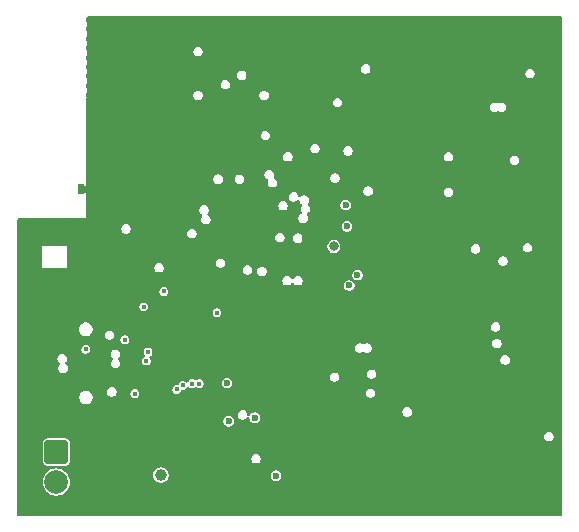
<source format=gbr>
%TF.GenerationSoftware,KiCad,Pcbnew,9.0.3*%
%TF.CreationDate,2025-12-31T13:04:55+01:00*%
%TF.ProjectId,Lars-10W-RGBW-V1,4c617273-2d31-4305-972d-524742572d56,rev?*%
%TF.SameCoordinates,Original*%
%TF.FileFunction,Copper,L2,Inr*%
%TF.FilePolarity,Positive*%
%FSLAX46Y46*%
G04 Gerber Fmt 4.6, Leading zero omitted, Abs format (unit mm)*
G04 Created by KiCad (PCBNEW 9.0.3) date 2025-12-31 13:04:55*
%MOMM*%
%LPD*%
G01*
G04 APERTURE LIST*
G04 Aperture macros list*
%AMRoundRect*
0 Rectangle with rounded corners*
0 $1 Rounding radius*
0 $2 $3 $4 $5 $6 $7 $8 $9 X,Y pos of 4 corners*
0 Add a 4 corners polygon primitive as box body*
4,1,4,$2,$3,$4,$5,$6,$7,$8,$9,$2,$3,0*
0 Add four circle primitives for the rounded corners*
1,1,$1+$1,$2,$3*
1,1,$1+$1,$4,$5*
1,1,$1+$1,$6,$7*
1,1,$1+$1,$8,$9*
0 Add four rect primitives between the rounded corners*
20,1,$1+$1,$2,$3,$4,$5,0*
20,1,$1+$1,$4,$5,$6,$7,0*
20,1,$1+$1,$6,$7,$8,$9,0*
20,1,$1+$1,$8,$9,$2,$3,0*%
G04 Aperture macros list end*
%TA.AperFunction,ComponentPad*%
%ADD10RoundRect,0.250000X-0.750000X0.750000X-0.750000X-0.750000X0.750000X-0.750000X0.750000X0.750000X0*%
%TD*%
%TA.AperFunction,ComponentPad*%
%ADD11C,2.000000*%
%TD*%
%TA.AperFunction,HeatsinkPad*%
%ADD12C,0.500000*%
%TD*%
%TA.AperFunction,ComponentPad*%
%ADD13R,0.500000X0.900000*%
%TD*%
%TA.AperFunction,HeatsinkPad*%
%ADD14O,2.100000X1.000000*%
%TD*%
%TA.AperFunction,HeatsinkPad*%
%ADD15O,1.800000X1.000000*%
%TD*%
%TA.AperFunction,ViaPad*%
%ADD16C,0.600000*%
%TD*%
%TA.AperFunction,ViaPad*%
%ADD17C,0.450000*%
%TD*%
%TA.AperFunction,ViaPad*%
%ADD18C,0.800000*%
%TD*%
%TA.AperFunction,ViaPad*%
%ADD19C,1.000000*%
%TD*%
%TA.AperFunction,Conductor*%
%ADD20C,0.600000*%
%TD*%
G04 APERTURE END LIST*
D10*
%TO.N,Net-(J601-Pin_1)*%
%TO.C,J601*%
X108900000Y-75900000D03*
D11*
%TO.N,Net-(J601-Pin_2)*%
X108900000Y-78440000D03*
%TD*%
D12*
%TO.N,GND*%
%TO.C,U101*%
X123680000Y-55420000D03*
X123680000Y-56420000D03*
X123680000Y-57420000D03*
X124680000Y-55420000D03*
X124680000Y-56420000D03*
X124680000Y-57420000D03*
X125680000Y-55420000D03*
X125680000Y-56420000D03*
X125680000Y-57420000D03*
%TD*%
%TO.N,GND*%
%TO.C,U302*%
X133100000Y-68400000D03*
X133100000Y-67300000D03*
%TD*%
%TO.N,GND*%
%TO.C,U402*%
X144500000Y-66450000D03*
X144500000Y-65350000D03*
%TD*%
D13*
%TO.N,GND*%
%TO.C,AE101*%
X111000000Y-53600000D03*
%TD*%
D12*
%TO.N,GND*%
%TO.C,U202*%
X130605000Y-47605000D03*
X130605000Y-46505000D03*
%TD*%
%TO.N,GND*%
%TO.C,U1*%
X118625000Y-67225000D03*
X118625000Y-68375000D03*
X119775000Y-67225000D03*
X119775000Y-68375000D03*
%TD*%
%TO.N,GND*%
%TO.C,U502*%
X144500000Y-48000000D03*
X144500000Y-46900000D03*
%TD*%
D14*
%TO.N,GND*%
%TO.C,J1*%
X111905000Y-64080000D03*
D15*
X107725000Y-64080000D03*
D14*
X111905000Y-72720000D03*
D15*
X107725000Y-72720000D03*
%TD*%
D16*
%TO.N,GND*%
X117800000Y-59450000D03*
D17*
X111900000Y-56400000D03*
D16*
X121200000Y-75000000D03*
X115500000Y-61400000D03*
X146200000Y-71100000D03*
X126700000Y-64000000D03*
D17*
X113167951Y-56321547D03*
D16*
X120900000Y-53000000D03*
X137600000Y-56300000D03*
D17*
X106800000Y-56300000D03*
D16*
X141200000Y-54300000D03*
X120300000Y-76700000D03*
X140500000Y-53500000D03*
D17*
X113500000Y-71800000D03*
X115500000Y-72600000D03*
D16*
X147500000Y-69600000D03*
X138400000Y-54800000D03*
X138000000Y-62000000D03*
D17*
X112100000Y-55700000D03*
X107200000Y-60100000D03*
D16*
X151100000Y-80000000D03*
D17*
X113500000Y-52800000D03*
D16*
X139200000Y-56100000D03*
X136900000Y-55800000D03*
X135000000Y-40100000D03*
X117800000Y-81000000D03*
X149300000Y-42500000D03*
X118700000Y-46700000D03*
D17*
X122900000Y-71600000D03*
D16*
X113300000Y-46400000D03*
X138400000Y-55700000D03*
D17*
X111600000Y-43300000D03*
D16*
X141100000Y-55100000D03*
X117700000Y-56400000D03*
D17*
X114700000Y-52400000D03*
X113400000Y-72700000D03*
D16*
X118000000Y-76500000D03*
X149900000Y-67500000D03*
X145400000Y-71700000D03*
X132800000Y-80600000D03*
X139400000Y-66000000D03*
X150700000Y-70000000D03*
D17*
X115797103Y-65243662D03*
X115470201Y-71721779D03*
D16*
X121200000Y-76000000D03*
D17*
X111600000Y-49700000D03*
D16*
X122300000Y-62000000D03*
D17*
X111600000Y-48900000D03*
D16*
X140700000Y-69200000D03*
D17*
X116000000Y-53900000D03*
X111600000Y-44900000D03*
D16*
X120800000Y-66100000D03*
X133900000Y-40300000D03*
D17*
X117800000Y-50900000D03*
X115100000Y-53400000D03*
X107500000Y-61500000D03*
X111600000Y-41700000D03*
D16*
X138900000Y-69500000D03*
X137000000Y-57200000D03*
X136500000Y-56400000D03*
X134200000Y-79600000D03*
X123300000Y-77700000D03*
X138200000Y-48000000D03*
X134600000Y-77100000D03*
X151100000Y-57000000D03*
X141600000Y-68900000D03*
X140700000Y-68200000D03*
D17*
X111600000Y-50500000D03*
D16*
X124400000Y-47900000D03*
D17*
X111600000Y-45700000D03*
D16*
X138000000Y-63000000D03*
D17*
X113100000Y-56800000D03*
D16*
X129300000Y-79600000D03*
X138900000Y-47200000D03*
X149800000Y-81000000D03*
D17*
X113400000Y-54600000D03*
X110300000Y-60500000D03*
D16*
X144300000Y-42900000D03*
D17*
X110300000Y-61000000D03*
X122200000Y-65000000D03*
X110200000Y-61600000D03*
D16*
X133100000Y-48300000D03*
X143800000Y-70600000D03*
X144300000Y-77000000D03*
D17*
X117100000Y-62900000D03*
X112600000Y-74000000D03*
D16*
X120600000Y-53700000D03*
D17*
X110500000Y-58200000D03*
X112900000Y-59000000D03*
X127300000Y-70500000D03*
D16*
X118000000Y-52000000D03*
X139300000Y-50600000D03*
X135200000Y-75800000D03*
D17*
X116300000Y-55300000D03*
D16*
X112500000Y-41300000D03*
D17*
X110000000Y-57100000D03*
X111600000Y-47300000D03*
D16*
X140900000Y-49500000D03*
X136405000Y-48705000D03*
D17*
X117097702Y-70097702D03*
D16*
X130800000Y-48900000D03*
D17*
X110000000Y-56300000D03*
D16*
X137600000Y-55200000D03*
X139200000Y-57100000D03*
D17*
X108400000Y-57000000D03*
D16*
X130700000Y-45200000D03*
X151400000Y-69400000D03*
D17*
X111600000Y-48100000D03*
D16*
X132500000Y-55000000D03*
D17*
X111600000Y-42500000D03*
D16*
X119100000Y-76600000D03*
D17*
X113000000Y-58500000D03*
X110900000Y-56300000D03*
D16*
X137400000Y-43900000D03*
X148300000Y-40200000D03*
D17*
X108200000Y-61700000D03*
D16*
X149500000Y-60700000D03*
D17*
X115800000Y-55300000D03*
D16*
X139700000Y-49400000D03*
D17*
X113874999Y-62928749D03*
D16*
X142300000Y-80500000D03*
X121500000Y-53700000D03*
X144600000Y-71100000D03*
X139900000Y-50600000D03*
X121600000Y-61800000D03*
D17*
X116800000Y-55300000D03*
X107200000Y-58700000D03*
D16*
X141800000Y-55700000D03*
X135700000Y-54800000D03*
D17*
X130600000Y-71400000D03*
X112200000Y-50900000D03*
X109200000Y-56300000D03*
X129700000Y-70300000D03*
D16*
X112100000Y-45200000D03*
X136500000Y-53800000D03*
D17*
X109700000Y-61800000D03*
D16*
X135400000Y-79200000D03*
D17*
X107300000Y-57600000D03*
D16*
X145500000Y-76500000D03*
D17*
X111600000Y-46500000D03*
D16*
X140000000Y-46200000D03*
D17*
X107800000Y-57000000D03*
X113900000Y-55700000D03*
D16*
X140400000Y-54300000D03*
D17*
X111600000Y-40900000D03*
D16*
X116800000Y-57400000D03*
X135700000Y-77200000D03*
X139300000Y-54000000D03*
X119500000Y-55500000D03*
X127000000Y-80300000D03*
X141800000Y-63900000D03*
X118200000Y-48600000D03*
X138400000Y-56700000D03*
X131600000Y-55000000D03*
X135600000Y-49000000D03*
D17*
X111200000Y-60100000D03*
D16*
X138400000Y-50600000D03*
D17*
X113100000Y-57900000D03*
X110800000Y-60400000D03*
X111600000Y-39300000D03*
D16*
X144100000Y-50200000D03*
D17*
X112500000Y-55200000D03*
X111600000Y-44100000D03*
D16*
X150800000Y-64100000D03*
D17*
X113100000Y-57300000D03*
D16*
X117500000Y-73100000D03*
X150600000Y-62400000D03*
X139000000Y-80400000D03*
X119300000Y-56400000D03*
D17*
X113500000Y-56000000D03*
X108400000Y-56300000D03*
D16*
X140000000Y-48200000D03*
X118900000Y-53700000D03*
X121400000Y-77100000D03*
X137600000Y-54100000D03*
D17*
X115439705Y-73888114D03*
D16*
X139200000Y-55200000D03*
X144000000Y-49100000D03*
X137800000Y-57700000D03*
X113000000Y-80700000D03*
D17*
X115300000Y-55500000D03*
X109300000Y-57000000D03*
D16*
X112600000Y-39800000D03*
D17*
X127100000Y-69000000D03*
D16*
X143800000Y-71700000D03*
X147000000Y-40300000D03*
X144400000Y-80200000D03*
D17*
X113800000Y-53800000D03*
X107200000Y-59500000D03*
X111600000Y-55100000D03*
X107200000Y-58100000D03*
X114900000Y-55800000D03*
X111900000Y-57800000D03*
D16*
X112800000Y-43400000D03*
X150700000Y-44800000D03*
X124300000Y-77700000D03*
X131400000Y-56800000D03*
X150200000Y-59100000D03*
X126100000Y-61900000D03*
X123700000Y-78400000D03*
D17*
X111600000Y-56000000D03*
X131200000Y-75600000D03*
D16*
X144700000Y-44100000D03*
X122300000Y-77700000D03*
X123983591Y-45516409D03*
X140900000Y-50600000D03*
D17*
X117000000Y-64100000D03*
D16*
X145100000Y-67900000D03*
D17*
X115300000Y-73200000D03*
D16*
X131200000Y-76400000D03*
X123900000Y-61100000D03*
D17*
X111600000Y-53100000D03*
D16*
X140200000Y-55800000D03*
X139980331Y-65380331D03*
X135500000Y-41100000D03*
D17*
X112600000Y-52300000D03*
D16*
X135500000Y-42100000D03*
D17*
X114400000Y-55900000D03*
D16*
X150300000Y-49100000D03*
X129900000Y-49600000D03*
X151300000Y-63200000D03*
X136300000Y-57800000D03*
D17*
X118100000Y-51300000D03*
D16*
X142600000Y-54900000D03*
D17*
X128175840Y-58692654D03*
X130700000Y-75800000D03*
D16*
X118085873Y-72456878D03*
D17*
X123100000Y-66400000D03*
D16*
X124200000Y-49900000D03*
D17*
X111600000Y-40100000D03*
D16*
X143400000Y-80400000D03*
D17*
X130200000Y-74400000D03*
X115497439Y-74927327D03*
X107200000Y-61000000D03*
D16*
X132800000Y-40200000D03*
X140900000Y-56600000D03*
X118000000Y-47500000D03*
X138800000Y-49500000D03*
D17*
X116900000Y-53900000D03*
D16*
X113400000Y-42200000D03*
X150800000Y-45700000D03*
X132400000Y-56800000D03*
D17*
X111600000Y-52100000D03*
X106000000Y-56300000D03*
X126400000Y-68200000D03*
D16*
X139800000Y-47300000D03*
X142900000Y-65900000D03*
D17*
X113300000Y-51200000D03*
X123400000Y-71500000D03*
D16*
X122000000Y-69900000D03*
X126900000Y-79000000D03*
X118600000Y-56400000D03*
X144700000Y-69700000D03*
D17*
X120500000Y-56400000D03*
D16*
X140200000Y-57200000D03*
D17*
X114100000Y-51700000D03*
D16*
X125669669Y-65330331D03*
X137100000Y-76700000D03*
X145400000Y-70600000D03*
D17*
X111500000Y-58600000D03*
D16*
X119800000Y-53700000D03*
X130700000Y-43400000D03*
X136700000Y-54800000D03*
D17*
X121600000Y-65800000D03*
D16*
X118600000Y-55500000D03*
D17*
X116300000Y-62900000D03*
X126600000Y-69900000D03*
D16*
X149500000Y-41700000D03*
X132100000Y-75600000D03*
D17*
X111700000Y-59900000D03*
D16*
X117200000Y-79100000D03*
X140400000Y-69900000D03*
X123800000Y-63934300D03*
X143800000Y-76000000D03*
X138900000Y-46200000D03*
X117000000Y-80300000D03*
D17*
X111900000Y-57100000D03*
X107600000Y-56300000D03*
D16*
X124500000Y-78500000D03*
X130600000Y-58100000D03*
D17*
X120300000Y-71800000D03*
X109000000Y-61800000D03*
X112600000Y-59400000D03*
X117100000Y-69400000D03*
X110400000Y-57500000D03*
D16*
X129700000Y-63200000D03*
D17*
X112200000Y-59700000D03*
D16*
X127500000Y-64200000D03*
D17*
X111600000Y-54100000D03*
X121400000Y-64200000D03*
%TO.N,+5V*%
X118000000Y-62301000D03*
D16*
%TO.N,/LedDriverGreen/LED+*%
X133700000Y-61800000D03*
D18*
X132400000Y-58500000D03*
D16*
%TO.N,/LedDriverBlue/LED+*%
X134400000Y-60900000D03*
X133500000Y-56800000D03*
%TO.N,/LedDriverWhite/LED+*%
X133400000Y-55000000D03*
D17*
%TO.N,/Vbus*%
X122500000Y-64100000D03*
X116300000Y-63600000D03*
D19*
X117750000Y-77850000D03*
D16*
X125700000Y-73000000D03*
X123350000Y-70050000D03*
D17*
%TO.N,Net-(D1-A)*%
X114700000Y-66400000D03*
%TO.N,Net-(J1-CC1)*%
X111400000Y-67200000D03*
X120400000Y-70100000D03*
%TO.N,Net-(J1-CC2)*%
X115550000Y-70950000D03*
X121000000Y-70100000D03*
D16*
%TO.N,Net-(U602-FB)*%
X127500000Y-77900000D03*
X123500000Y-73294098D03*
D17*
%TO.N,Net-(U1-DN)*%
X119600000Y-70264252D03*
X116664124Y-67435876D03*
%TO.N,Net-(U1-DP)*%
X116500000Y-68200000D03*
X119100000Y-70600000D03*
%TD*%
D20*
%TO.N,GND*%
X111000000Y-53600000D02*
X112600000Y-53600000D01*
X112600000Y-53600000D02*
X112700000Y-53700000D01*
%TD*%
%TA.AperFunction,Conductor*%
%TO.N,GND*%
G36*
X151642539Y-39020185D02*
G01*
X151688294Y-39072989D01*
X151699500Y-39124500D01*
X151699500Y-81175500D01*
X151679815Y-81242539D01*
X151627011Y-81288294D01*
X151575500Y-81299500D01*
X105724500Y-81299500D01*
X105657461Y-81279815D01*
X105611706Y-81227011D01*
X105600500Y-81175500D01*
X105600500Y-75118475D01*
X107749500Y-75118475D01*
X107749500Y-76681517D01*
X107760292Y-76749657D01*
X107764354Y-76775304D01*
X107821950Y-76888342D01*
X107821952Y-76888344D01*
X107821954Y-76888347D01*
X107911652Y-76978045D01*
X107911654Y-76978046D01*
X107911658Y-76978050D01*
X108024694Y-77035645D01*
X108024698Y-77035647D01*
X108118475Y-77050499D01*
X108118481Y-77050500D01*
X108742873Y-77050499D01*
X108809910Y-77070183D01*
X108855665Y-77122987D01*
X108865609Y-77192146D01*
X108836584Y-77255702D01*
X108777806Y-77293476D01*
X108762270Y-77296972D01*
X108630589Y-77317829D01*
X108458363Y-77373787D01*
X108458360Y-77373788D01*
X108297002Y-77456006D01*
X108150505Y-77562441D01*
X108150500Y-77562445D01*
X108022445Y-77690500D01*
X108022441Y-77690505D01*
X107916006Y-77837002D01*
X107833788Y-77998360D01*
X107833787Y-77998363D01*
X107777829Y-78170589D01*
X107749500Y-78349448D01*
X107749500Y-78530551D01*
X107777829Y-78709410D01*
X107833787Y-78881636D01*
X107833788Y-78881639D01*
X107916006Y-79042997D01*
X108022441Y-79189494D01*
X108022445Y-79189499D01*
X108150500Y-79317554D01*
X108150505Y-79317558D01*
X108278287Y-79410396D01*
X108297006Y-79423996D01*
X108402484Y-79477740D01*
X108458360Y-79506211D01*
X108458363Y-79506212D01*
X108544476Y-79534191D01*
X108630591Y-79562171D01*
X108713429Y-79575291D01*
X108809449Y-79590500D01*
X108809454Y-79590500D01*
X108990551Y-79590500D01*
X109077259Y-79576765D01*
X109169409Y-79562171D01*
X109341639Y-79506211D01*
X109502994Y-79423996D01*
X109649501Y-79317553D01*
X109777553Y-79189501D01*
X109883996Y-79042994D01*
X109966211Y-78881639D01*
X110022171Y-78709409D01*
X110036765Y-78617259D01*
X110050500Y-78530551D01*
X110050500Y-78349448D01*
X110034019Y-78245397D01*
X110022171Y-78170591D01*
X109994191Y-78084476D01*
X109966212Y-77998363D01*
X109966211Y-77998360D01*
X109923263Y-77914071D01*
X117099499Y-77914071D01*
X117124497Y-78039738D01*
X117124499Y-78039744D01*
X117173533Y-78158124D01*
X117173538Y-78158133D01*
X117244723Y-78264668D01*
X117244726Y-78264672D01*
X117335327Y-78355273D01*
X117335331Y-78355276D01*
X117441866Y-78426461D01*
X117441872Y-78426464D01*
X117441873Y-78426465D01*
X117560256Y-78475501D01*
X117560260Y-78475501D01*
X117560261Y-78475502D01*
X117685928Y-78500500D01*
X117685931Y-78500500D01*
X117814071Y-78500500D01*
X117898615Y-78483682D01*
X117939744Y-78475501D01*
X118058127Y-78426465D01*
X118164669Y-78355276D01*
X118255276Y-78264669D01*
X118326465Y-78158127D01*
X118375501Y-78039744D01*
X118400500Y-77914069D01*
X118400500Y-77840691D01*
X127049500Y-77840691D01*
X127049500Y-77959309D01*
X127080201Y-78073886D01*
X127139511Y-78176613D01*
X127223387Y-78260489D01*
X127326114Y-78319799D01*
X127440691Y-78350500D01*
X127440694Y-78350500D01*
X127559306Y-78350500D01*
X127559309Y-78350500D01*
X127673886Y-78319799D01*
X127776613Y-78260489D01*
X127860489Y-78176613D01*
X127919799Y-78073886D01*
X127950500Y-77959309D01*
X127950500Y-77840691D01*
X127919799Y-77726114D01*
X127860489Y-77623387D01*
X127776613Y-77539511D01*
X127673886Y-77480201D01*
X127559309Y-77449500D01*
X127440691Y-77449500D01*
X127326114Y-77480201D01*
X127326112Y-77480201D01*
X127326112Y-77480202D01*
X127223387Y-77539511D01*
X127223384Y-77539513D01*
X127139513Y-77623384D01*
X127139511Y-77623387D01*
X127100764Y-77690499D01*
X127080201Y-77726114D01*
X127049500Y-77840691D01*
X118400500Y-77840691D01*
X118400500Y-77785931D01*
X118400500Y-77785928D01*
X118375502Y-77660261D01*
X118375501Y-77660260D01*
X118375501Y-77660256D01*
X118326465Y-77541873D01*
X118326464Y-77541872D01*
X118326461Y-77541866D01*
X118255276Y-77435331D01*
X118255273Y-77435327D01*
X118164672Y-77344726D01*
X118164668Y-77344723D01*
X118058133Y-77273538D01*
X118058124Y-77273533D01*
X117939744Y-77224499D01*
X117939738Y-77224497D01*
X117814071Y-77199500D01*
X117814069Y-77199500D01*
X117685931Y-77199500D01*
X117685929Y-77199500D01*
X117560261Y-77224497D01*
X117560255Y-77224499D01*
X117441875Y-77273533D01*
X117441866Y-77273538D01*
X117335331Y-77344723D01*
X117335327Y-77344726D01*
X117244726Y-77435327D01*
X117244723Y-77435331D01*
X117173538Y-77541866D01*
X117173533Y-77541875D01*
X117124499Y-77660255D01*
X117124497Y-77660261D01*
X117099500Y-77785928D01*
X117099500Y-77785931D01*
X117099500Y-77914069D01*
X117099500Y-77914071D01*
X117099499Y-77914071D01*
X109923263Y-77914071D01*
X109883995Y-77837004D01*
X109777558Y-77690505D01*
X109777554Y-77690500D01*
X109649499Y-77562445D01*
X109649494Y-77562441D01*
X109502997Y-77456006D01*
X109502996Y-77456005D01*
X109502994Y-77456004D01*
X109451300Y-77429664D01*
X109341639Y-77373788D01*
X109341636Y-77373787D01*
X109169410Y-77317829D01*
X109037728Y-77296972D01*
X108974594Y-77267042D01*
X108937663Y-77207731D01*
X108938661Y-77137868D01*
X108977271Y-77079636D01*
X109041235Y-77051522D01*
X109057120Y-77050499D01*
X109681518Y-77050499D01*
X109775304Y-77035646D01*
X109888342Y-76978050D01*
X109978050Y-76888342D01*
X110035646Y-76775304D01*
X110035646Y-76775302D01*
X110035647Y-76775301D01*
X110050500Y-76681524D01*
X110050500Y-76419398D01*
X125399500Y-76419398D01*
X125399500Y-76524852D01*
X125426793Y-76626712D01*
X125479520Y-76718038D01*
X125554087Y-76792605D01*
X125645413Y-76845332D01*
X125747273Y-76872625D01*
X125747275Y-76872625D01*
X125852725Y-76872625D01*
X125852727Y-76872625D01*
X125954587Y-76845332D01*
X126045913Y-76792605D01*
X126120480Y-76718038D01*
X126173207Y-76626712D01*
X126200500Y-76524852D01*
X126200500Y-76419398D01*
X126173207Y-76317538D01*
X126120480Y-76226212D01*
X126045913Y-76151645D01*
X125954587Y-76098918D01*
X125852727Y-76071625D01*
X125747273Y-76071625D01*
X125645413Y-76098918D01*
X125645410Y-76098919D01*
X125554085Y-76151646D01*
X125479521Y-76226210D01*
X125426794Y-76317535D01*
X125426793Y-76317538D01*
X125399500Y-76419398D01*
X110050500Y-76419398D01*
X110050500Y-76411271D01*
X110050499Y-75118482D01*
X110050498Y-75118475D01*
X110035646Y-75024696D01*
X109978050Y-74911658D01*
X109978046Y-74911654D01*
X109978045Y-74911652D01*
X109888347Y-74821954D01*
X109888344Y-74821952D01*
X109888342Y-74821950D01*
X109811517Y-74782805D01*
X109775301Y-74764352D01*
X109681524Y-74749500D01*
X108118482Y-74749500D01*
X108037519Y-74762323D01*
X108024696Y-74764354D01*
X107911658Y-74821950D01*
X107911657Y-74821951D01*
X107911652Y-74821954D01*
X107821954Y-74911652D01*
X107821951Y-74911657D01*
X107764352Y-75024698D01*
X107749500Y-75118475D01*
X105600500Y-75118475D01*
X105600500Y-74547273D01*
X150199500Y-74547273D01*
X150199500Y-74652727D01*
X150226793Y-74754587D01*
X150279520Y-74845913D01*
X150354087Y-74920480D01*
X150445413Y-74973207D01*
X150547273Y-75000500D01*
X150547275Y-75000500D01*
X150652725Y-75000500D01*
X150652727Y-75000500D01*
X150754587Y-74973207D01*
X150845913Y-74920480D01*
X150920480Y-74845913D01*
X150973207Y-74754587D01*
X151000500Y-74652727D01*
X151000500Y-74547273D01*
X150973207Y-74445413D01*
X150920480Y-74354087D01*
X150845913Y-74279520D01*
X150754587Y-74226793D01*
X150652727Y-74199500D01*
X150547273Y-74199500D01*
X150445413Y-74226793D01*
X150445410Y-74226794D01*
X150354085Y-74279521D01*
X150279521Y-74354085D01*
X150226794Y-74445410D01*
X150226793Y-74445413D01*
X150199500Y-74547273D01*
X105600500Y-74547273D01*
X105600500Y-73234789D01*
X123049500Y-73234789D01*
X123049500Y-73353407D01*
X123080201Y-73467984D01*
X123139511Y-73570711D01*
X123223387Y-73654587D01*
X123326114Y-73713897D01*
X123440691Y-73744598D01*
X123440694Y-73744598D01*
X123559306Y-73744598D01*
X123559309Y-73744598D01*
X123673886Y-73713897D01*
X123776613Y-73654587D01*
X123860489Y-73570711D01*
X123919799Y-73467984D01*
X123950500Y-73353407D01*
X123950500Y-73234789D01*
X123919799Y-73120212D01*
X123860489Y-73017485D01*
X123776613Y-72933609D01*
X123673886Y-72874299D01*
X123559309Y-72843598D01*
X123440691Y-72843598D01*
X123326114Y-72874299D01*
X123326112Y-72874299D01*
X123326112Y-72874300D01*
X123223387Y-72933609D01*
X123223384Y-72933611D01*
X123139513Y-73017482D01*
X123139511Y-73017485D01*
X123080201Y-73120212D01*
X123049500Y-73234789D01*
X105600500Y-73234789D01*
X105600500Y-72697273D01*
X124273459Y-72697273D01*
X124273459Y-72802727D01*
X124300752Y-72904587D01*
X124353479Y-72995913D01*
X124428046Y-73070480D01*
X124519372Y-73123207D01*
X124621232Y-73150500D01*
X124621234Y-73150500D01*
X124726684Y-73150500D01*
X124726686Y-73150500D01*
X124828546Y-73123207D01*
X124919872Y-73070480D01*
X124994439Y-72995913D01*
X125018114Y-72954905D01*
X125068680Y-72906692D01*
X125137287Y-72893468D01*
X125202151Y-72919436D01*
X125242680Y-72976350D01*
X125249500Y-73016907D01*
X125249500Y-73059309D01*
X125280201Y-73173886D01*
X125339511Y-73276613D01*
X125423387Y-73360489D01*
X125526114Y-73419799D01*
X125640691Y-73450500D01*
X125640694Y-73450500D01*
X125759306Y-73450500D01*
X125759309Y-73450500D01*
X125873886Y-73419799D01*
X125976613Y-73360489D01*
X126060489Y-73276613D01*
X126119799Y-73173886D01*
X126150500Y-73059309D01*
X126150500Y-72940691D01*
X126119799Y-72826114D01*
X126060489Y-72723387D01*
X125976613Y-72639511D01*
X125873886Y-72580201D01*
X125759309Y-72549500D01*
X125640691Y-72549500D01*
X125526114Y-72580201D01*
X125526112Y-72580201D01*
X125526112Y-72580202D01*
X125423387Y-72639511D01*
X125423384Y-72639513D01*
X125339513Y-72723384D01*
X125339511Y-72723387D01*
X125305846Y-72781696D01*
X125255278Y-72829911D01*
X125186671Y-72843133D01*
X125121806Y-72817165D01*
X125081278Y-72760250D01*
X125074459Y-72719695D01*
X125074459Y-72697275D01*
X125074459Y-72697273D01*
X125047166Y-72595413D01*
X124994439Y-72504087D01*
X124937625Y-72447273D01*
X138199500Y-72447273D01*
X138199500Y-72552727D01*
X138226793Y-72654587D01*
X138279520Y-72745913D01*
X138354087Y-72820480D01*
X138445413Y-72873207D01*
X138547273Y-72900500D01*
X138547275Y-72900500D01*
X138652725Y-72900500D01*
X138652727Y-72900500D01*
X138754587Y-72873207D01*
X138845913Y-72820480D01*
X138920480Y-72745913D01*
X138973207Y-72654587D01*
X139000500Y-72552727D01*
X139000500Y-72447273D01*
X138973207Y-72345413D01*
X138920480Y-72254087D01*
X138845913Y-72179520D01*
X138754587Y-72126793D01*
X138652727Y-72099500D01*
X138547273Y-72099500D01*
X138445413Y-72126793D01*
X138445410Y-72126794D01*
X138354085Y-72179521D01*
X138279521Y-72254085D01*
X138226794Y-72345410D01*
X138226793Y-72345413D01*
X138199500Y-72447273D01*
X124937625Y-72447273D01*
X124919872Y-72429520D01*
X124828546Y-72376793D01*
X124726686Y-72349500D01*
X124621232Y-72349500D01*
X124519372Y-72376793D01*
X124519369Y-72376794D01*
X124428044Y-72429521D01*
X124353480Y-72504085D01*
X124300753Y-72595410D01*
X124300752Y-72595413D01*
X124273459Y-72697273D01*
X105600500Y-72697273D01*
X105600500Y-71214234D01*
X110829500Y-71214234D01*
X110829500Y-71365765D01*
X110868719Y-71512136D01*
X110906602Y-71577750D01*
X110944485Y-71643365D01*
X111051635Y-71750515D01*
X111182865Y-71826281D01*
X111329234Y-71865500D01*
X111329236Y-71865500D01*
X111480764Y-71865500D01*
X111480766Y-71865500D01*
X111627135Y-71826281D01*
X111758365Y-71750515D01*
X111865515Y-71643365D01*
X111941281Y-71512135D01*
X111980500Y-71365766D01*
X111980500Y-71214234D01*
X111941281Y-71067865D01*
X111865515Y-70936635D01*
X111758365Y-70829485D01*
X111676462Y-70782198D01*
X111627136Y-70753719D01*
X111603079Y-70747273D01*
X113199500Y-70747273D01*
X113199500Y-70852727D01*
X113226793Y-70954587D01*
X113279520Y-71045913D01*
X113354087Y-71120480D01*
X113445413Y-71173207D01*
X113547273Y-71200500D01*
X113547275Y-71200500D01*
X113652725Y-71200500D01*
X113652727Y-71200500D01*
X113754587Y-71173207D01*
X113845913Y-71120480D01*
X113920480Y-71045913D01*
X113973207Y-70954587D01*
X113987682Y-70900565D01*
X115174500Y-70900565D01*
X115174500Y-70999435D01*
X115200090Y-71094938D01*
X115249525Y-71180562D01*
X115319438Y-71250475D01*
X115405062Y-71299910D01*
X115500565Y-71325500D01*
X115500567Y-71325500D01*
X115599432Y-71325500D01*
X115599435Y-71325500D01*
X115694938Y-71299910D01*
X115780562Y-71250475D01*
X115850475Y-71180562D01*
X115899910Y-71094938D01*
X115925500Y-70999435D01*
X115925500Y-70900565D01*
X115899910Y-70805062D01*
X115850475Y-70719438D01*
X115780562Y-70649525D01*
X115694938Y-70600090D01*
X115599435Y-70574500D01*
X115500565Y-70574500D01*
X115405062Y-70600090D01*
X115405060Y-70600091D01*
X115405059Y-70600091D01*
X115319436Y-70649526D01*
X115249526Y-70719436D01*
X115200091Y-70805059D01*
X115200091Y-70805060D01*
X115200090Y-70805062D01*
X115174500Y-70900565D01*
X113987682Y-70900565D01*
X114000500Y-70852727D01*
X114000500Y-70747273D01*
X113973207Y-70645413D01*
X113920480Y-70554087D01*
X113916958Y-70550565D01*
X118724500Y-70550565D01*
X118724500Y-70649435D01*
X118750090Y-70744938D01*
X118750091Y-70744939D01*
X118750091Y-70744940D01*
X118750364Y-70745413D01*
X118799525Y-70830562D01*
X118869438Y-70900475D01*
X118955062Y-70949910D01*
X119050565Y-70975500D01*
X119050567Y-70975500D01*
X119149432Y-70975500D01*
X119149435Y-70975500D01*
X119244938Y-70949910D01*
X119330562Y-70900475D01*
X119383764Y-70847273D01*
X135099500Y-70847273D01*
X135099500Y-70952727D01*
X135126793Y-71054587D01*
X135179520Y-71145913D01*
X135254087Y-71220480D01*
X135345413Y-71273207D01*
X135447273Y-71300500D01*
X135447275Y-71300500D01*
X135552725Y-71300500D01*
X135552727Y-71300500D01*
X135654587Y-71273207D01*
X135745913Y-71220480D01*
X135820480Y-71145913D01*
X135873207Y-71054587D01*
X135900500Y-70952727D01*
X135900500Y-70847273D01*
X135873207Y-70745413D01*
X135820480Y-70654087D01*
X135745913Y-70579520D01*
X135654587Y-70526793D01*
X135552727Y-70499500D01*
X135447273Y-70499500D01*
X135345413Y-70526793D01*
X135345410Y-70526794D01*
X135254085Y-70579521D01*
X135179521Y-70654085D01*
X135126794Y-70745410D01*
X135126793Y-70745413D01*
X135099500Y-70847273D01*
X119383764Y-70847273D01*
X119400475Y-70830562D01*
X119449910Y-70744938D01*
X119456167Y-70721583D01*
X119460511Y-70712104D01*
X119476859Y-70693282D01*
X119489834Y-70671997D01*
X119499374Y-70667362D01*
X119506330Y-70659355D01*
X119530259Y-70652360D01*
X119552681Y-70641469D01*
X119573243Y-70639752D01*
X119649432Y-70639752D01*
X119649435Y-70639752D01*
X119744938Y-70614162D01*
X119830562Y-70564727D01*
X119900475Y-70494814D01*
X119949910Y-70409190D01*
X119949910Y-70409189D01*
X119952653Y-70404439D01*
X120003220Y-70356223D01*
X120071827Y-70343001D01*
X120136692Y-70368969D01*
X120147721Y-70378758D01*
X120169438Y-70400475D01*
X120255062Y-70449910D01*
X120350565Y-70475500D01*
X120350567Y-70475500D01*
X120449432Y-70475500D01*
X120449435Y-70475500D01*
X120544938Y-70449910D01*
X120630562Y-70400475D01*
X120630563Y-70400473D01*
X120637600Y-70396411D01*
X120639321Y-70399392D01*
X120689669Y-70379922D01*
X120758116Y-70393953D01*
X120762275Y-70396626D01*
X120762400Y-70396411D01*
X120769436Y-70400473D01*
X120769438Y-70400475D01*
X120855062Y-70449910D01*
X120950565Y-70475500D01*
X120950567Y-70475500D01*
X121049432Y-70475500D01*
X121049435Y-70475500D01*
X121144938Y-70449910D01*
X121230562Y-70400475D01*
X121300475Y-70330562D01*
X121349910Y-70244938D01*
X121375500Y-70149435D01*
X121375500Y-70050565D01*
X121359457Y-69990691D01*
X122899500Y-69990691D01*
X122899500Y-70109309D01*
X122930201Y-70223886D01*
X122989511Y-70326613D01*
X123073387Y-70410489D01*
X123176114Y-70469799D01*
X123290691Y-70500500D01*
X123290694Y-70500500D01*
X123409306Y-70500500D01*
X123409309Y-70500500D01*
X123523886Y-70469799D01*
X123626613Y-70410489D01*
X123710489Y-70326613D01*
X123769799Y-70223886D01*
X123800500Y-70109309D01*
X123800500Y-69990691D01*
X123769799Y-69876114D01*
X123710489Y-69773387D01*
X123626613Y-69689511D01*
X123523886Y-69630201D01*
X123447104Y-69609627D01*
X123430909Y-69605287D01*
X123409309Y-69599500D01*
X123290691Y-69599500D01*
X123176114Y-69630201D01*
X123176112Y-69630201D01*
X123176112Y-69630202D01*
X123073387Y-69689511D01*
X123073384Y-69689513D01*
X122989513Y-69773384D01*
X122989511Y-69773387D01*
X122933046Y-69871187D01*
X122930201Y-69876114D01*
X122899500Y-69990691D01*
X121359457Y-69990691D01*
X121349910Y-69955062D01*
X121300475Y-69869438D01*
X121230562Y-69799525D01*
X121144938Y-69750090D01*
X121049435Y-69724500D01*
X120950565Y-69724500D01*
X120855062Y-69750090D01*
X120855060Y-69750091D01*
X120855059Y-69750091D01*
X120814710Y-69773387D01*
X120769438Y-69799525D01*
X120769436Y-69799526D01*
X120762400Y-69803589D01*
X120760693Y-69800632D01*
X120710136Y-69820093D01*
X120641712Y-69805954D01*
X120637716Y-69803386D01*
X120637600Y-69803589D01*
X120630563Y-69799526D01*
X120630562Y-69799525D01*
X120544938Y-69750090D01*
X120449435Y-69724500D01*
X120350565Y-69724500D01*
X120255062Y-69750090D01*
X120255060Y-69750091D01*
X120255059Y-69750091D01*
X120169436Y-69799526D01*
X120099526Y-69869436D01*
X120047345Y-69959814D01*
X119996777Y-70008029D01*
X119928170Y-70021250D01*
X119863306Y-69995281D01*
X119852278Y-69985493D01*
X119830563Y-69963778D01*
X119830562Y-69963777D01*
X119744938Y-69914342D01*
X119649435Y-69888752D01*
X119550565Y-69888752D01*
X119455062Y-69914342D01*
X119455060Y-69914343D01*
X119455059Y-69914343D01*
X119369436Y-69963778D01*
X119299526Y-70033688D01*
X119250091Y-70119311D01*
X119250088Y-70119318D01*
X119246531Y-70132595D01*
X119210166Y-70192255D01*
X119147319Y-70222783D01*
X119126757Y-70224500D01*
X119050565Y-70224500D01*
X118955062Y-70250090D01*
X118955060Y-70250091D01*
X118955059Y-70250091D01*
X118869436Y-70299526D01*
X118799526Y-70369436D01*
X118750091Y-70455059D01*
X118750091Y-70455060D01*
X118750090Y-70455062D01*
X118724500Y-70550565D01*
X113916958Y-70550565D01*
X113845913Y-70479520D01*
X113754587Y-70426793D01*
X113652727Y-70399500D01*
X113547273Y-70399500D01*
X113445413Y-70426793D01*
X113445410Y-70426794D01*
X113354085Y-70479521D01*
X113279521Y-70554085D01*
X113226794Y-70645410D01*
X113226793Y-70645413D01*
X113199500Y-70747273D01*
X111603079Y-70747273D01*
X111553950Y-70734109D01*
X111480766Y-70714500D01*
X111329234Y-70714500D01*
X111182863Y-70753719D01*
X111051635Y-70829485D01*
X111051632Y-70829487D01*
X110944487Y-70936632D01*
X110944485Y-70936635D01*
X110868719Y-71067863D01*
X110829500Y-71214234D01*
X105600500Y-71214234D01*
X105600500Y-69497980D01*
X132048793Y-69497980D01*
X132048793Y-69603434D01*
X132076086Y-69705294D01*
X132128813Y-69796620D01*
X132203380Y-69871187D01*
X132294706Y-69923914D01*
X132396566Y-69951207D01*
X132396568Y-69951207D01*
X132502018Y-69951207D01*
X132502020Y-69951207D01*
X132603880Y-69923914D01*
X132695206Y-69871187D01*
X132769773Y-69796620D01*
X132822500Y-69705294D01*
X132849793Y-69603434D01*
X132849793Y-69497980D01*
X132822500Y-69396120D01*
X132769773Y-69304794D01*
X132712252Y-69247273D01*
X135199500Y-69247273D01*
X135199500Y-69352727D01*
X135226793Y-69454587D01*
X135279520Y-69545913D01*
X135354087Y-69620480D01*
X135445413Y-69673207D01*
X135547273Y-69700500D01*
X135547275Y-69700500D01*
X135652725Y-69700500D01*
X135652727Y-69700500D01*
X135754587Y-69673207D01*
X135845913Y-69620480D01*
X135920480Y-69545913D01*
X135973207Y-69454587D01*
X136000500Y-69352727D01*
X136000500Y-69247273D01*
X135973207Y-69145413D01*
X135920480Y-69054087D01*
X135845913Y-68979520D01*
X135754587Y-68926793D01*
X135652727Y-68899500D01*
X135547273Y-68899500D01*
X135445413Y-68926793D01*
X135445410Y-68926794D01*
X135354085Y-68979521D01*
X135279521Y-69054085D01*
X135226794Y-69145410D01*
X135226793Y-69145413D01*
X135199500Y-69247273D01*
X132712252Y-69247273D01*
X132695206Y-69230227D01*
X132603880Y-69177500D01*
X132502020Y-69150207D01*
X132396566Y-69150207D01*
X132294706Y-69177500D01*
X132294703Y-69177501D01*
X132203378Y-69230228D01*
X132128814Y-69304792D01*
X132076087Y-69396117D01*
X132076086Y-69396120D01*
X132048793Y-69497980D01*
X105600500Y-69497980D01*
X105600500Y-67947273D01*
X108999500Y-67947273D01*
X108999500Y-68052727D01*
X109026793Y-68154587D01*
X109079520Y-68245913D01*
X109154087Y-68320480D01*
X109162982Y-68325616D01*
X109211197Y-68376179D01*
X109224422Y-68444786D01*
X109198455Y-68509651D01*
X109188665Y-68520682D01*
X109155262Y-68554085D01*
X109102535Y-68645410D01*
X109102534Y-68645413D01*
X109075241Y-68747273D01*
X109075241Y-68852727D01*
X109102534Y-68954587D01*
X109155261Y-69045913D01*
X109229828Y-69120480D01*
X109321154Y-69173207D01*
X109423014Y-69200500D01*
X109423016Y-69200500D01*
X109528466Y-69200500D01*
X109528468Y-69200500D01*
X109630328Y-69173207D01*
X109721654Y-69120480D01*
X109796221Y-69045913D01*
X109848948Y-68954587D01*
X109876241Y-68852727D01*
X109876241Y-68747273D01*
X109848948Y-68645413D01*
X109796221Y-68554087D01*
X109721654Y-68479520D01*
X109712755Y-68474382D01*
X109664542Y-68423817D01*
X109651318Y-68355210D01*
X109677286Y-68290346D01*
X109687069Y-68279323D01*
X109720480Y-68245913D01*
X109773207Y-68154587D01*
X109800500Y-68052727D01*
X109800500Y-67947273D01*
X109773207Y-67845413D01*
X109720480Y-67754087D01*
X109645913Y-67679520D01*
X109554587Y-67626793D01*
X109452727Y-67599500D01*
X109347273Y-67599500D01*
X109245413Y-67626793D01*
X109245410Y-67626794D01*
X109154085Y-67679521D01*
X109079521Y-67754085D01*
X109026794Y-67845410D01*
X109026793Y-67845413D01*
X108999500Y-67947273D01*
X105600500Y-67947273D01*
X105600500Y-67150565D01*
X111024500Y-67150565D01*
X111024500Y-67249435D01*
X111050090Y-67344938D01*
X111099525Y-67430562D01*
X111169438Y-67500475D01*
X111255062Y-67549910D01*
X111350565Y-67575500D01*
X111350567Y-67575500D01*
X111449432Y-67575500D01*
X111449435Y-67575500D01*
X111544938Y-67549910D01*
X111549505Y-67547273D01*
X113499500Y-67547273D01*
X113499500Y-67652727D01*
X113526659Y-67754085D01*
X113526793Y-67754586D01*
X113526794Y-67754589D01*
X113540922Y-67779059D01*
X113579231Y-67845413D01*
X113579521Y-67845914D01*
X113645926Y-67912319D01*
X113679411Y-67973642D01*
X113674427Y-68043334D01*
X113645926Y-68087681D01*
X113579521Y-68154085D01*
X113526794Y-68245410D01*
X113526793Y-68245413D01*
X113499500Y-68347273D01*
X113499500Y-68452727D01*
X113526793Y-68554587D01*
X113579520Y-68645913D01*
X113654087Y-68720480D01*
X113745413Y-68773207D01*
X113847273Y-68800500D01*
X113847275Y-68800500D01*
X113952725Y-68800500D01*
X113952727Y-68800500D01*
X114054587Y-68773207D01*
X114145913Y-68720480D01*
X114220480Y-68645913D01*
X114273207Y-68554587D01*
X114300500Y-68452727D01*
X114300500Y-68347273D01*
X114273207Y-68245413D01*
X114220480Y-68154087D01*
X114216958Y-68150565D01*
X116124500Y-68150565D01*
X116124500Y-68249435D01*
X116150090Y-68344938D01*
X116150091Y-68344939D01*
X116150091Y-68344940D01*
X116163337Y-68367882D01*
X116199525Y-68430562D01*
X116269438Y-68500475D01*
X116355062Y-68549910D01*
X116450565Y-68575500D01*
X116450567Y-68575500D01*
X116549432Y-68575500D01*
X116549435Y-68575500D01*
X116644938Y-68549910D01*
X116730562Y-68500475D01*
X116800475Y-68430562D01*
X116849910Y-68344938D01*
X116875500Y-68249435D01*
X116875500Y-68150565D01*
X116849910Y-68055062D01*
X116845413Y-68047273D01*
X146499500Y-68047273D01*
X146499500Y-68152727D01*
X146526793Y-68254587D01*
X146579520Y-68345913D01*
X146654087Y-68420480D01*
X146745413Y-68473207D01*
X146847273Y-68500500D01*
X146847275Y-68500500D01*
X146952725Y-68500500D01*
X146952727Y-68500500D01*
X147054587Y-68473207D01*
X147145913Y-68420480D01*
X147220480Y-68345913D01*
X147273207Y-68254587D01*
X147300500Y-68152727D01*
X147300500Y-68047273D01*
X147273207Y-67945413D01*
X147220480Y-67854087D01*
X147145913Y-67779520D01*
X147054587Y-67726793D01*
X146952727Y-67699500D01*
X146847273Y-67699500D01*
X146745413Y-67726793D01*
X146745410Y-67726794D01*
X146654085Y-67779521D01*
X146579521Y-67854085D01*
X146526794Y-67945410D01*
X146526793Y-67945413D01*
X146499500Y-68047273D01*
X116845413Y-68047273D01*
X116800475Y-67969438D01*
X116788732Y-67957695D01*
X116780151Y-67941883D01*
X116776438Y-67924604D01*
X116767970Y-67909095D01*
X116769252Y-67891156D01*
X116765475Y-67873572D01*
X116771693Y-67857030D01*
X116772954Y-67839403D01*
X116783732Y-67825004D01*
X116790061Y-67808171D01*
X116804235Y-67797617D01*
X116814826Y-67783470D01*
X116827124Y-67775357D01*
X116894686Y-67736351D01*
X116964599Y-67666438D01*
X117014034Y-67580814D01*
X117039624Y-67485311D01*
X117039624Y-67386441D01*
X117014034Y-67290938D01*
X116964599Y-67205314D01*
X116894686Y-67135401D01*
X116809062Y-67085966D01*
X116713559Y-67060376D01*
X116614689Y-67060376D01*
X116519186Y-67085966D01*
X116519184Y-67085967D01*
X116519183Y-67085967D01*
X116433560Y-67135402D01*
X116363650Y-67205312D01*
X116314215Y-67290935D01*
X116314215Y-67290936D01*
X116314214Y-67290938D01*
X116288624Y-67386441D01*
X116288624Y-67485311D01*
X116314214Y-67580814D01*
X116355732Y-67652726D01*
X116363651Y-67666441D01*
X116368598Y-67672888D01*
X116367278Y-67673900D01*
X116396153Y-67726780D01*
X116391169Y-67796472D01*
X116349297Y-67852405D01*
X116336988Y-67860524D01*
X116269437Y-67899525D01*
X116199526Y-67969436D01*
X116150091Y-68055059D01*
X116150091Y-68055060D01*
X116150090Y-68055062D01*
X116124500Y-68150565D01*
X114216958Y-68150565D01*
X114149446Y-68083053D01*
X114145335Y-68077969D01*
X114134321Y-68051507D01*
X114120589Y-68026358D01*
X114121067Y-68019662D01*
X114118488Y-68013464D01*
X114123528Y-67985251D01*
X114125573Y-67956666D01*
X114129815Y-67950064D01*
X114130777Y-67944683D01*
X114138901Y-67935926D01*
X114154074Y-67912319D01*
X114175237Y-67891156D01*
X114220480Y-67845913D01*
X114273207Y-67754587D01*
X114300500Y-67652727D01*
X114300500Y-67547273D01*
X114273207Y-67445413D01*
X114220480Y-67354087D01*
X114145913Y-67279520D01*
X114054587Y-67226793D01*
X113952727Y-67199500D01*
X113847273Y-67199500D01*
X113745413Y-67226793D01*
X113745410Y-67226794D01*
X113654085Y-67279521D01*
X113579521Y-67354085D01*
X113526794Y-67445410D01*
X113526793Y-67445413D01*
X113499500Y-67547273D01*
X111549505Y-67547273D01*
X111630562Y-67500475D01*
X111700475Y-67430562D01*
X111749910Y-67344938D01*
X111775500Y-67249435D01*
X111775500Y-67150565D01*
X111749910Y-67055062D01*
X111745413Y-67047273D01*
X134199500Y-67047273D01*
X134199500Y-67152727D01*
X134226793Y-67254587D01*
X134279520Y-67345913D01*
X134354087Y-67420480D01*
X134445413Y-67473207D01*
X134547273Y-67500500D01*
X134547275Y-67500500D01*
X134652725Y-67500500D01*
X134652727Y-67500500D01*
X134754587Y-67473207D01*
X134838001Y-67425047D01*
X134905900Y-67408575D01*
X134961998Y-67425047D01*
X135045413Y-67473207D01*
X135147273Y-67500500D01*
X135147275Y-67500500D01*
X135252725Y-67500500D01*
X135252727Y-67500500D01*
X135354587Y-67473207D01*
X135445913Y-67420480D01*
X135520480Y-67345913D01*
X135573207Y-67254587D01*
X135600500Y-67152727D01*
X135600500Y-67047273D01*
X135573207Y-66945413D01*
X135520480Y-66854087D01*
X135445913Y-66779520D01*
X135354587Y-66726793D01*
X135252727Y-66699500D01*
X135147273Y-66699500D01*
X135045413Y-66726793D01*
X135045410Y-66726794D01*
X134962000Y-66774951D01*
X134894099Y-66791424D01*
X134838000Y-66774951D01*
X134754589Y-66726794D01*
X134754588Y-66726793D01*
X134754587Y-66726793D01*
X134652727Y-66699500D01*
X134547273Y-66699500D01*
X134445413Y-66726793D01*
X134445410Y-66726794D01*
X134354085Y-66779521D01*
X134279521Y-66854085D01*
X134226794Y-66945410D01*
X134226793Y-66945413D01*
X134199500Y-67047273D01*
X111745413Y-67047273D01*
X111700475Y-66969438D01*
X111630562Y-66899525D01*
X111544938Y-66850090D01*
X111449435Y-66824500D01*
X111350565Y-66824500D01*
X111255062Y-66850090D01*
X111255060Y-66850091D01*
X111255059Y-66850091D01*
X111169436Y-66899526D01*
X111099526Y-66969436D01*
X111050091Y-67055059D01*
X111050091Y-67055060D01*
X111050090Y-67055062D01*
X111024500Y-67150565D01*
X105600500Y-67150565D01*
X105600500Y-65434234D01*
X110829500Y-65434234D01*
X110829500Y-65585766D01*
X110840493Y-65626793D01*
X110868719Y-65732136D01*
X110881392Y-65754085D01*
X110944485Y-65863365D01*
X111051635Y-65970515D01*
X111182865Y-66046281D01*
X111329234Y-66085500D01*
X111329236Y-66085500D01*
X111480764Y-66085500D01*
X111480766Y-66085500D01*
X111627135Y-66046281D01*
X111758365Y-65970515D01*
X111781607Y-65947273D01*
X112999500Y-65947273D01*
X112999500Y-66052727D01*
X113026793Y-66154587D01*
X113079520Y-66245913D01*
X113154087Y-66320480D01*
X113245413Y-66373207D01*
X113347273Y-66400500D01*
X113347275Y-66400500D01*
X113452725Y-66400500D01*
X113452727Y-66400500D01*
X113554587Y-66373207D01*
X113593804Y-66350565D01*
X114324500Y-66350565D01*
X114324500Y-66449435D01*
X114350090Y-66544938D01*
X114350091Y-66544939D01*
X114350091Y-66544940D01*
X114350364Y-66545413D01*
X114399525Y-66630562D01*
X114469438Y-66700475D01*
X114555062Y-66749910D01*
X114650565Y-66775500D01*
X114650567Y-66775500D01*
X114749432Y-66775500D01*
X114749435Y-66775500D01*
X114844938Y-66749910D01*
X114930562Y-66700475D01*
X114983764Y-66647273D01*
X145799500Y-66647273D01*
X145799500Y-66752727D01*
X145826793Y-66854587D01*
X145879520Y-66945913D01*
X145954087Y-67020480D01*
X146045413Y-67073207D01*
X146147273Y-67100500D01*
X146147275Y-67100500D01*
X146252725Y-67100500D01*
X146252727Y-67100500D01*
X146354587Y-67073207D01*
X146445913Y-67020480D01*
X146520480Y-66945913D01*
X146573207Y-66854587D01*
X146600500Y-66752727D01*
X146600500Y-66647273D01*
X146573207Y-66545413D01*
X146520480Y-66454087D01*
X146445913Y-66379520D01*
X146354587Y-66326793D01*
X146252727Y-66299500D01*
X146147273Y-66299500D01*
X146045413Y-66326793D01*
X146045410Y-66326794D01*
X145954085Y-66379521D01*
X145879521Y-66454085D01*
X145826794Y-66545410D01*
X145826793Y-66545413D01*
X145799500Y-66647273D01*
X114983764Y-66647273D01*
X115000475Y-66630562D01*
X115049910Y-66544938D01*
X115075500Y-66449435D01*
X115075500Y-66350565D01*
X115049910Y-66255062D01*
X115000475Y-66169438D01*
X114930562Y-66099525D01*
X114844938Y-66050090D01*
X114749435Y-66024500D01*
X114650565Y-66024500D01*
X114555062Y-66050090D01*
X114555060Y-66050091D01*
X114555059Y-66050091D01*
X114469436Y-66099526D01*
X114399526Y-66169436D01*
X114350091Y-66255059D01*
X114350091Y-66255060D01*
X114350090Y-66255062D01*
X114324500Y-66350565D01*
X113593804Y-66350565D01*
X113645913Y-66320480D01*
X113720480Y-66245913D01*
X113773207Y-66154587D01*
X113800500Y-66052727D01*
X113800500Y-65947273D01*
X113773207Y-65845413D01*
X113720480Y-65754087D01*
X113645913Y-65679520D01*
X113554587Y-65626793D01*
X113452727Y-65599500D01*
X113347273Y-65599500D01*
X113245413Y-65626793D01*
X113245410Y-65626794D01*
X113154085Y-65679521D01*
X113079521Y-65754085D01*
X113026794Y-65845410D01*
X113026793Y-65845413D01*
X112999500Y-65947273D01*
X111781607Y-65947273D01*
X111865515Y-65863365D01*
X111941281Y-65732135D01*
X111980500Y-65585766D01*
X111980500Y-65434234D01*
X111941281Y-65287865D01*
X111917845Y-65247273D01*
X145699500Y-65247273D01*
X145699500Y-65352727D01*
X145726793Y-65454587D01*
X145779520Y-65545913D01*
X145854087Y-65620480D01*
X145945413Y-65673207D01*
X146047273Y-65700500D01*
X146047275Y-65700500D01*
X146152725Y-65700500D01*
X146152727Y-65700500D01*
X146254587Y-65673207D01*
X146345913Y-65620480D01*
X146420480Y-65545913D01*
X146473207Y-65454587D01*
X146500500Y-65352727D01*
X146500500Y-65247273D01*
X146473207Y-65145413D01*
X146420480Y-65054087D01*
X146345913Y-64979520D01*
X146254587Y-64926793D01*
X146152727Y-64899500D01*
X146047273Y-64899500D01*
X145945413Y-64926793D01*
X145945410Y-64926794D01*
X145854085Y-64979521D01*
X145779521Y-65054085D01*
X145726794Y-65145410D01*
X145726793Y-65145413D01*
X145699500Y-65247273D01*
X111917845Y-65247273D01*
X111865515Y-65156635D01*
X111758365Y-65049485D01*
X111692750Y-65011602D01*
X111627136Y-64973719D01*
X111553950Y-64954109D01*
X111480766Y-64934500D01*
X111329234Y-64934500D01*
X111182863Y-64973719D01*
X111051635Y-65049485D01*
X111051632Y-65049487D01*
X110944487Y-65156632D01*
X110944485Y-65156635D01*
X110868719Y-65287863D01*
X110851339Y-65352727D01*
X110829500Y-65434234D01*
X105600500Y-65434234D01*
X105600500Y-64050565D01*
X122124500Y-64050565D01*
X122124500Y-64149435D01*
X122150090Y-64244938D01*
X122199525Y-64330562D01*
X122269438Y-64400475D01*
X122355062Y-64449910D01*
X122450565Y-64475500D01*
X122450567Y-64475500D01*
X122549432Y-64475500D01*
X122549435Y-64475500D01*
X122644938Y-64449910D01*
X122730562Y-64400475D01*
X122800475Y-64330562D01*
X122849910Y-64244938D01*
X122875500Y-64149435D01*
X122875500Y-64050565D01*
X122849910Y-63955062D01*
X122800475Y-63869438D01*
X122730562Y-63799525D01*
X122644938Y-63750090D01*
X122549435Y-63724500D01*
X122450565Y-63724500D01*
X122355062Y-63750090D01*
X122355060Y-63750091D01*
X122355059Y-63750091D01*
X122269436Y-63799526D01*
X122199526Y-63869436D01*
X122150091Y-63955059D01*
X122150091Y-63955060D01*
X122150090Y-63955062D01*
X122124500Y-64050565D01*
X105600500Y-64050565D01*
X105600500Y-63550565D01*
X115924500Y-63550565D01*
X115924500Y-63649435D01*
X115950090Y-63744938D01*
X115950091Y-63744939D01*
X115950091Y-63744940D01*
X115953065Y-63750091D01*
X115999525Y-63830562D01*
X116069438Y-63900475D01*
X116155062Y-63949910D01*
X116250565Y-63975500D01*
X116250567Y-63975500D01*
X116349432Y-63975500D01*
X116349435Y-63975500D01*
X116444938Y-63949910D01*
X116530562Y-63900475D01*
X116600475Y-63830562D01*
X116649910Y-63744938D01*
X116675500Y-63649435D01*
X116675500Y-63550565D01*
X116649910Y-63455062D01*
X116600475Y-63369438D01*
X116530562Y-63299525D01*
X116444938Y-63250090D01*
X116349435Y-63224500D01*
X116250565Y-63224500D01*
X116155062Y-63250090D01*
X116155060Y-63250091D01*
X116155059Y-63250091D01*
X116069436Y-63299526D01*
X115999526Y-63369436D01*
X115950091Y-63455059D01*
X115950091Y-63455060D01*
X115950090Y-63455062D01*
X115924500Y-63550565D01*
X105600500Y-63550565D01*
X105600500Y-62251565D01*
X117624500Y-62251565D01*
X117624500Y-62350435D01*
X117650090Y-62445938D01*
X117699525Y-62531562D01*
X117769438Y-62601475D01*
X117855062Y-62650910D01*
X117950565Y-62676500D01*
X117950567Y-62676500D01*
X118049432Y-62676500D01*
X118049435Y-62676500D01*
X118144938Y-62650910D01*
X118230562Y-62601475D01*
X118300475Y-62531562D01*
X118349910Y-62445938D01*
X118375500Y-62350435D01*
X118375500Y-62251565D01*
X118349910Y-62156062D01*
X118300475Y-62070438D01*
X118230562Y-62000525D01*
X118144938Y-61951090D01*
X118049435Y-61925500D01*
X117950565Y-61925500D01*
X117855062Y-61951090D01*
X117855060Y-61951091D01*
X117855059Y-61951091D01*
X117769436Y-62000526D01*
X117699526Y-62070436D01*
X117650091Y-62156059D01*
X117650091Y-62156060D01*
X117650090Y-62156062D01*
X117624500Y-62251565D01*
X105600500Y-62251565D01*
X105600500Y-61347273D01*
X128049500Y-61347273D01*
X128049500Y-61452727D01*
X128076793Y-61554587D01*
X128129520Y-61645913D01*
X128204087Y-61720480D01*
X128295413Y-61773207D01*
X128397273Y-61800500D01*
X128397275Y-61800500D01*
X128502725Y-61800500D01*
X128502727Y-61800500D01*
X128604587Y-61773207D01*
X128695913Y-61720480D01*
X128770480Y-61645913D01*
X128792614Y-61607574D01*
X128843179Y-61559361D01*
X128911786Y-61546137D01*
X128976651Y-61572105D01*
X129007384Y-61607573D01*
X129029520Y-61645913D01*
X129104087Y-61720480D01*
X129195413Y-61773207D01*
X129297273Y-61800500D01*
X129297275Y-61800500D01*
X129402725Y-61800500D01*
X129402727Y-61800500D01*
X129504587Y-61773207D01*
X129560906Y-61740691D01*
X133249500Y-61740691D01*
X133249500Y-61859309D01*
X133280201Y-61973886D01*
X133339511Y-62076613D01*
X133423387Y-62160489D01*
X133526114Y-62219799D01*
X133640691Y-62250500D01*
X133640694Y-62250500D01*
X133759306Y-62250500D01*
X133759309Y-62250500D01*
X133873886Y-62219799D01*
X133976613Y-62160489D01*
X134060489Y-62076613D01*
X134119799Y-61973886D01*
X134150500Y-61859309D01*
X134150500Y-61740691D01*
X134119799Y-61626114D01*
X134060489Y-61523387D01*
X133976613Y-61439511D01*
X133873886Y-61380201D01*
X133759309Y-61349500D01*
X133640691Y-61349500D01*
X133526114Y-61380201D01*
X133526112Y-61380201D01*
X133526112Y-61380202D01*
X133423387Y-61439511D01*
X133423384Y-61439513D01*
X133339513Y-61523384D01*
X133339511Y-61523387D01*
X133321498Y-61554587D01*
X133280201Y-61626114D01*
X133249500Y-61740691D01*
X129560906Y-61740691D01*
X129595913Y-61720480D01*
X129670480Y-61645913D01*
X129723207Y-61554587D01*
X129750500Y-61452727D01*
X129750500Y-61347273D01*
X129723207Y-61245413D01*
X129670480Y-61154087D01*
X129595913Y-61079520D01*
X129504587Y-61026793D01*
X129402727Y-60999500D01*
X129297273Y-60999500D01*
X129195413Y-61026793D01*
X129195410Y-61026794D01*
X129104085Y-61079521D01*
X129029522Y-61154084D01*
X129029520Y-61154086D01*
X129029520Y-61154087D01*
X129007385Y-61192425D01*
X128956820Y-61240639D01*
X128888212Y-61253861D01*
X128823348Y-61227893D01*
X128792615Y-61192426D01*
X128770480Y-61154087D01*
X128695913Y-61079520D01*
X128604587Y-61026793D01*
X128502727Y-60999500D01*
X128397273Y-60999500D01*
X128295413Y-61026793D01*
X128295410Y-61026794D01*
X128204085Y-61079521D01*
X128129521Y-61154085D01*
X128076794Y-61245410D01*
X128076793Y-61245413D01*
X128049500Y-61347273D01*
X105600500Y-61347273D01*
X105600500Y-60350000D01*
X107675000Y-60350000D01*
X109765000Y-60350000D01*
X109765000Y-60247273D01*
X117199500Y-60247273D01*
X117199500Y-60352727D01*
X117226793Y-60454587D01*
X117279520Y-60545913D01*
X117354087Y-60620480D01*
X117445413Y-60673207D01*
X117547273Y-60700500D01*
X117547275Y-60700500D01*
X117652725Y-60700500D01*
X117652727Y-60700500D01*
X117754587Y-60673207D01*
X117845913Y-60620480D01*
X117920480Y-60545913D01*
X117973207Y-60454587D01*
X117980526Y-60427273D01*
X124679500Y-60427273D01*
X124679500Y-60532727D01*
X124683034Y-60545914D01*
X124706793Y-60634586D01*
X124706794Y-60634589D01*
X124717266Y-60652727D01*
X124759520Y-60725913D01*
X124834087Y-60800480D01*
X124925413Y-60853207D01*
X125027273Y-60880500D01*
X125027275Y-60880500D01*
X125132725Y-60880500D01*
X125132727Y-60880500D01*
X125234587Y-60853207D01*
X125325913Y-60800480D01*
X125400480Y-60725913D01*
X125453207Y-60634587D01*
X125476602Y-60547273D01*
X125899500Y-60547273D01*
X125899500Y-60652727D01*
X125926793Y-60754587D01*
X125979520Y-60845913D01*
X126054087Y-60920480D01*
X126145413Y-60973207D01*
X126247273Y-61000500D01*
X126247275Y-61000500D01*
X126352725Y-61000500D01*
X126352727Y-61000500D01*
X126454587Y-60973207D01*
X126545913Y-60920480D01*
X126620480Y-60845913D01*
X126623495Y-60840691D01*
X133949500Y-60840691D01*
X133949500Y-60959309D01*
X133980201Y-61073886D01*
X134039511Y-61176613D01*
X134123387Y-61260489D01*
X134226114Y-61319799D01*
X134340691Y-61350500D01*
X134340694Y-61350500D01*
X134459306Y-61350500D01*
X134459309Y-61350500D01*
X134573886Y-61319799D01*
X134676613Y-61260489D01*
X134760489Y-61176613D01*
X134819799Y-61073886D01*
X134850500Y-60959309D01*
X134850500Y-60840691D01*
X134819799Y-60726114D01*
X134760489Y-60623387D01*
X134676613Y-60539511D01*
X134573886Y-60480201D01*
X134459309Y-60449500D01*
X134340691Y-60449500D01*
X134226114Y-60480201D01*
X134226112Y-60480201D01*
X134226112Y-60480202D01*
X134123387Y-60539511D01*
X134123384Y-60539513D01*
X134039513Y-60623384D01*
X134039511Y-60623387D01*
X134022573Y-60652725D01*
X133980201Y-60726114D01*
X133949500Y-60840691D01*
X126623495Y-60840691D01*
X126673207Y-60754587D01*
X126700500Y-60652727D01*
X126700500Y-60547273D01*
X126673207Y-60445413D01*
X126620480Y-60354087D01*
X126545913Y-60279520D01*
X126454587Y-60226793D01*
X126352727Y-60199500D01*
X126247273Y-60199500D01*
X126145413Y-60226793D01*
X126145410Y-60226794D01*
X126054085Y-60279521D01*
X125979521Y-60354085D01*
X125926794Y-60445410D01*
X125926793Y-60445413D01*
X125899500Y-60547273D01*
X125476602Y-60547273D01*
X125480500Y-60532727D01*
X125480500Y-60427273D01*
X125453207Y-60325413D01*
X125400480Y-60234087D01*
X125325913Y-60159520D01*
X125259059Y-60120922D01*
X125234589Y-60106794D01*
X125234588Y-60106793D01*
X125234587Y-60106793D01*
X125132727Y-60079500D01*
X125027273Y-60079500D01*
X124925413Y-60106793D01*
X124925410Y-60106794D01*
X124834085Y-60159521D01*
X124759521Y-60234085D01*
X124706794Y-60325410D01*
X124706793Y-60325413D01*
X124679500Y-60427273D01*
X117980526Y-60427273D01*
X118000500Y-60352727D01*
X118000500Y-60247273D01*
X117973207Y-60145413D01*
X117920480Y-60054087D01*
X117845913Y-59979520D01*
X117754587Y-59926793D01*
X117652727Y-59899500D01*
X117547273Y-59899500D01*
X117445413Y-59926793D01*
X117445410Y-59926794D01*
X117354085Y-59979521D01*
X117279521Y-60054085D01*
X117226794Y-60145410D01*
X117226793Y-60145413D01*
X117199500Y-60247273D01*
X109765000Y-60247273D01*
X109765000Y-59847273D01*
X122399500Y-59847273D01*
X122399500Y-59952727D01*
X122426793Y-60054587D01*
X122479520Y-60145913D01*
X122554087Y-60220480D01*
X122645413Y-60273207D01*
X122747273Y-60300500D01*
X122747275Y-60300500D01*
X122852724Y-60300500D01*
X122852727Y-60300500D01*
X122954587Y-60273207D01*
X123045913Y-60220480D01*
X123120480Y-60145913D01*
X123173207Y-60054587D01*
X123200500Y-59952727D01*
X123200500Y-59847273D01*
X123173207Y-59745413D01*
X123136686Y-59682156D01*
X146326580Y-59682156D01*
X146326580Y-59787610D01*
X146353873Y-59889470D01*
X146406600Y-59980796D01*
X146481167Y-60055363D01*
X146572493Y-60108090D01*
X146674353Y-60135383D01*
X146674355Y-60135383D01*
X146779805Y-60135383D01*
X146779807Y-60135383D01*
X146881667Y-60108090D01*
X146972993Y-60055363D01*
X147047560Y-59980796D01*
X147100287Y-59889470D01*
X147127580Y-59787610D01*
X147127580Y-59682156D01*
X147100287Y-59580296D01*
X147047560Y-59488970D01*
X146972993Y-59414403D01*
X146881667Y-59361676D01*
X146779807Y-59334383D01*
X146674353Y-59334383D01*
X146572493Y-59361676D01*
X146572490Y-59361677D01*
X146481165Y-59414404D01*
X146406601Y-59488968D01*
X146353874Y-59580293D01*
X146353873Y-59580296D01*
X146326580Y-59682156D01*
X123136686Y-59682156D01*
X123120480Y-59654087D01*
X123045913Y-59579520D01*
X122954587Y-59526793D01*
X122852727Y-59499500D01*
X122747273Y-59499500D01*
X122645413Y-59526793D01*
X122645410Y-59526794D01*
X122554085Y-59579521D01*
X122479521Y-59654085D01*
X122426794Y-59745410D01*
X122426793Y-59745413D01*
X122399500Y-59847273D01*
X109765000Y-59847273D01*
X109765000Y-58450000D01*
X107675000Y-58450000D01*
X107675000Y-60350000D01*
X105600500Y-60350000D01*
X105600500Y-58427525D01*
X131849500Y-58427525D01*
X131849500Y-58572475D01*
X131871004Y-58652727D01*
X131887017Y-58712488D01*
X131959488Y-58838011D01*
X131959490Y-58838013D01*
X131959491Y-58838015D01*
X132061985Y-58940509D01*
X132061986Y-58940510D01*
X132061988Y-58940511D01*
X132187511Y-59012982D01*
X132187512Y-59012982D01*
X132187515Y-59012984D01*
X132327525Y-59050500D01*
X132327528Y-59050500D01*
X132472472Y-59050500D01*
X132472475Y-59050500D01*
X132612485Y-59012984D01*
X132738015Y-58940509D01*
X132840509Y-58838015D01*
X132912984Y-58712485D01*
X132930458Y-58647273D01*
X143999500Y-58647273D01*
X143999500Y-58752727D01*
X144026793Y-58854587D01*
X144079520Y-58945913D01*
X144154087Y-59020480D01*
X144245413Y-59073207D01*
X144347273Y-59100500D01*
X144347275Y-59100500D01*
X144452725Y-59100500D01*
X144452727Y-59100500D01*
X144554587Y-59073207D01*
X144645913Y-59020480D01*
X144720480Y-58945913D01*
X144773207Y-58854587D01*
X144800500Y-58752727D01*
X144800500Y-58647273D01*
X144773705Y-58547273D01*
X148399500Y-58547273D01*
X148399500Y-58652727D01*
X148426793Y-58754587D01*
X148479520Y-58845913D01*
X148554087Y-58920480D01*
X148645413Y-58973207D01*
X148747273Y-59000500D01*
X148747275Y-59000500D01*
X148852725Y-59000500D01*
X148852727Y-59000500D01*
X148954587Y-58973207D01*
X149045913Y-58920480D01*
X149120480Y-58845913D01*
X149173207Y-58754587D01*
X149200500Y-58652727D01*
X149200500Y-58547273D01*
X149173207Y-58445413D01*
X149120480Y-58354087D01*
X149045913Y-58279520D01*
X148954587Y-58226793D01*
X148852727Y-58199500D01*
X148747273Y-58199500D01*
X148645413Y-58226793D01*
X148645410Y-58226794D01*
X148554085Y-58279521D01*
X148479521Y-58354085D01*
X148426794Y-58445410D01*
X148426793Y-58445413D01*
X148399500Y-58547273D01*
X144773705Y-58547273D01*
X144773207Y-58545413D01*
X144720480Y-58454087D01*
X144645913Y-58379520D01*
X144554587Y-58326793D01*
X144452727Y-58299500D01*
X144347273Y-58299500D01*
X144245413Y-58326793D01*
X144245410Y-58326794D01*
X144154085Y-58379521D01*
X144079521Y-58454085D01*
X144026794Y-58545410D01*
X144026794Y-58545411D01*
X144026793Y-58545413D01*
X143999500Y-58647273D01*
X132930458Y-58647273D01*
X132950500Y-58572475D01*
X132950500Y-58427525D01*
X132912984Y-58287515D01*
X132862168Y-58199500D01*
X132840511Y-58161988D01*
X132840506Y-58161982D01*
X132738017Y-58059493D01*
X132738011Y-58059488D01*
X132612488Y-57987017D01*
X132612489Y-57987017D01*
X132601006Y-57983940D01*
X132472475Y-57949500D01*
X132327525Y-57949500D01*
X132198993Y-57983940D01*
X132187511Y-57987017D01*
X132061988Y-58059488D01*
X132061982Y-58059493D01*
X131959493Y-58161982D01*
X131959488Y-58161988D01*
X131887017Y-58287511D01*
X131887016Y-58287515D01*
X131849500Y-58427525D01*
X105600500Y-58427525D01*
X105600500Y-56947273D01*
X114399500Y-56947273D01*
X114399500Y-57052727D01*
X114426659Y-57154085D01*
X114426793Y-57154586D01*
X114426794Y-57154589D01*
X114440922Y-57179059D01*
X114479520Y-57245913D01*
X114554087Y-57320480D01*
X114645413Y-57373207D01*
X114747273Y-57400500D01*
X114747275Y-57400500D01*
X114852725Y-57400500D01*
X114852727Y-57400500D01*
X114954587Y-57373207D01*
X114999506Y-57347273D01*
X119979500Y-57347273D01*
X119979500Y-57452727D01*
X120006793Y-57554587D01*
X120059520Y-57645913D01*
X120134087Y-57720480D01*
X120225413Y-57773207D01*
X120327273Y-57800500D01*
X120327275Y-57800500D01*
X120432725Y-57800500D01*
X120432727Y-57800500D01*
X120534587Y-57773207D01*
X120625913Y-57720480D01*
X120655634Y-57690759D01*
X127429500Y-57690759D01*
X127429500Y-57796213D01*
X127456793Y-57898073D01*
X127509520Y-57989399D01*
X127584087Y-58063966D01*
X127675413Y-58116693D01*
X127777273Y-58143986D01*
X127777275Y-58143986D01*
X127882725Y-58143986D01*
X127882727Y-58143986D01*
X127984587Y-58116693D01*
X128075913Y-58063966D01*
X128150480Y-57989399D01*
X128203207Y-57898073D01*
X128230500Y-57796213D01*
X128230500Y-57747273D01*
X128942373Y-57747273D01*
X128942373Y-57852727D01*
X128969666Y-57954587D01*
X129022393Y-58045913D01*
X129096960Y-58120480D01*
X129188286Y-58173207D01*
X129290146Y-58200500D01*
X129290148Y-58200500D01*
X129395598Y-58200500D01*
X129395600Y-58200500D01*
X129497460Y-58173207D01*
X129588786Y-58120480D01*
X129663353Y-58045913D01*
X129716080Y-57954587D01*
X129743373Y-57852727D01*
X129743373Y-57747273D01*
X129716080Y-57645413D01*
X129663353Y-57554087D01*
X129588786Y-57479520D01*
X129497460Y-57426793D01*
X129395600Y-57399500D01*
X129290146Y-57399500D01*
X129188286Y-57426793D01*
X129188283Y-57426794D01*
X129096958Y-57479521D01*
X129022394Y-57554085D01*
X128969667Y-57645410D01*
X128969666Y-57645413D01*
X128942373Y-57747273D01*
X128230500Y-57747273D01*
X128230500Y-57690759D01*
X128203207Y-57588899D01*
X128150480Y-57497573D01*
X128075913Y-57423006D01*
X128009059Y-57384408D01*
X127984589Y-57370280D01*
X127984588Y-57370279D01*
X127984587Y-57370279D01*
X127882727Y-57342986D01*
X127777273Y-57342986D01*
X127675413Y-57370279D01*
X127675410Y-57370280D01*
X127584085Y-57423007D01*
X127509521Y-57497571D01*
X127456794Y-57588896D01*
X127456793Y-57588899D01*
X127429500Y-57690759D01*
X120655634Y-57690759D01*
X120700480Y-57645913D01*
X120753207Y-57554587D01*
X120780500Y-57452727D01*
X120780500Y-57347273D01*
X120753207Y-57245413D01*
X120700480Y-57154087D01*
X120625913Y-57079520D01*
X120534587Y-57026793D01*
X120432727Y-56999500D01*
X120327273Y-56999500D01*
X120225413Y-57026793D01*
X120225410Y-57026794D01*
X120134085Y-57079521D01*
X120059521Y-57154085D01*
X120006794Y-57245410D01*
X120006793Y-57245413D01*
X119979500Y-57347273D01*
X114999506Y-57347273D01*
X115045913Y-57320480D01*
X115120480Y-57245913D01*
X115173207Y-57154587D01*
X115200500Y-57052727D01*
X115200500Y-56947273D01*
X115173207Y-56845413D01*
X115120480Y-56754087D01*
X115107084Y-56740691D01*
X133049500Y-56740691D01*
X133049500Y-56859309D01*
X133080201Y-56973886D01*
X133139511Y-57076613D01*
X133223387Y-57160489D01*
X133326114Y-57219799D01*
X133440691Y-57250500D01*
X133440694Y-57250500D01*
X133559306Y-57250500D01*
X133559309Y-57250500D01*
X133673886Y-57219799D01*
X133776613Y-57160489D01*
X133860489Y-57076613D01*
X133919799Y-56973886D01*
X133950500Y-56859309D01*
X133950500Y-56740691D01*
X133919799Y-56626114D01*
X133860489Y-56523387D01*
X133776613Y-56439511D01*
X133673886Y-56380201D01*
X133559309Y-56349500D01*
X133440691Y-56349500D01*
X133326114Y-56380201D01*
X133326112Y-56380201D01*
X133326112Y-56380202D01*
X133223387Y-56439511D01*
X133223384Y-56439513D01*
X133139513Y-56523384D01*
X133139511Y-56523387D01*
X133089151Y-56610613D01*
X133080201Y-56626114D01*
X133049500Y-56740691D01*
X115107084Y-56740691D01*
X115045913Y-56679520D01*
X114954587Y-56626793D01*
X114852727Y-56599500D01*
X114747273Y-56599500D01*
X114645413Y-56626793D01*
X114645410Y-56626794D01*
X114554085Y-56679521D01*
X114479521Y-56754085D01*
X114426794Y-56845410D01*
X114426793Y-56845413D01*
X114399500Y-56947273D01*
X105600500Y-56947273D01*
X105600500Y-56224000D01*
X105620185Y-56156961D01*
X105672989Y-56111206D01*
X105724500Y-56100000D01*
X111390967Y-56100000D01*
X111390968Y-56100000D01*
X111392391Y-55879478D01*
X111395825Y-55347273D01*
X120999500Y-55347273D01*
X120999500Y-55452727D01*
X121026793Y-55554587D01*
X121079520Y-55645913D01*
X121154087Y-55720480D01*
X121223070Y-55760307D01*
X121271283Y-55810871D01*
X121284507Y-55879478D01*
X121258539Y-55944343D01*
X121248752Y-55955370D01*
X121239923Y-55964198D01*
X121187196Y-56055524D01*
X121187195Y-56055527D01*
X121159902Y-56157387D01*
X121159902Y-56262841D01*
X121187195Y-56364701D01*
X121239922Y-56456027D01*
X121314489Y-56530594D01*
X121405815Y-56583321D01*
X121507675Y-56610614D01*
X121507677Y-56610614D01*
X121613126Y-56610614D01*
X121613129Y-56610614D01*
X121714989Y-56583321D01*
X121806315Y-56530594D01*
X121880882Y-56456027D01*
X121933609Y-56364701D01*
X121960902Y-56262841D01*
X121960902Y-56157387D01*
X121933609Y-56055527D01*
X121880882Y-55964201D01*
X121806315Y-55889634D01*
X121737331Y-55849806D01*
X121689117Y-55799241D01*
X121675894Y-55730634D01*
X121701862Y-55665769D01*
X121711647Y-55654745D01*
X121720480Y-55645913D01*
X121773207Y-55554587D01*
X121800500Y-55452727D01*
X121800500Y-55347273D01*
X121773207Y-55245413D01*
X121720480Y-55154087D01*
X121645913Y-55079520D01*
X121554587Y-55026793D01*
X121452727Y-54999500D01*
X121347273Y-54999500D01*
X121245413Y-55026793D01*
X121245410Y-55026794D01*
X121154085Y-55079521D01*
X121079521Y-55154085D01*
X121026794Y-55245410D01*
X121026793Y-55245413D01*
X120999500Y-55347273D01*
X111395825Y-55347273D01*
X111395883Y-55338346D01*
X111398084Y-54997273D01*
X127699500Y-54997273D01*
X127699500Y-55102727D01*
X127726793Y-55204587D01*
X127779520Y-55295913D01*
X127854087Y-55370480D01*
X127945413Y-55423207D01*
X128047273Y-55450500D01*
X128047275Y-55450500D01*
X128152725Y-55450500D01*
X128152727Y-55450500D01*
X128254587Y-55423207D01*
X128345913Y-55370480D01*
X128420480Y-55295913D01*
X128473207Y-55204587D01*
X128500500Y-55102727D01*
X128500500Y-54997273D01*
X128473207Y-54895413D01*
X128420480Y-54804087D01*
X128345913Y-54729520D01*
X128254587Y-54676793D01*
X128152727Y-54649500D01*
X128047273Y-54649500D01*
X127945413Y-54676793D01*
X127945410Y-54676794D01*
X127854085Y-54729521D01*
X127779521Y-54804085D01*
X127726794Y-54895410D01*
X127726793Y-54895413D01*
X127699500Y-54997273D01*
X111398084Y-54997273D01*
X111402922Y-54247273D01*
X128599500Y-54247273D01*
X128599500Y-54352727D01*
X128626793Y-54454587D01*
X128679520Y-54545913D01*
X128754087Y-54620480D01*
X128845413Y-54673207D01*
X128947273Y-54700500D01*
X128947275Y-54700500D01*
X129052725Y-54700500D01*
X129052727Y-54700500D01*
X129154587Y-54673207D01*
X129245913Y-54620480D01*
X129291418Y-54574974D01*
X129352739Y-54541490D01*
X129422430Y-54546474D01*
X129478364Y-54588345D01*
X129498873Y-54630562D01*
X129520727Y-54712123D01*
X129520728Y-54712124D01*
X129573455Y-54803449D01*
X129648021Y-54878015D01*
X129654467Y-54882961D01*
X129652243Y-54885858D01*
X129688987Y-54924052D01*
X129702515Y-54992599D01*
X129681668Y-55045943D01*
X129683584Y-55047049D01*
X129679521Y-55054085D01*
X129679520Y-55054087D01*
X129664836Y-55079520D01*
X129626794Y-55145410D01*
X129626793Y-55145413D01*
X129599500Y-55247273D01*
X129599500Y-55352727D01*
X129626793Y-55454587D01*
X129679520Y-55545913D01*
X129679521Y-55545914D01*
X129683584Y-55552951D01*
X129681834Y-55553961D01*
X129703108Y-55608987D01*
X129689070Y-55677432D01*
X129641539Y-55726691D01*
X129553157Y-55777719D01*
X129478592Y-55852284D01*
X129425865Y-55943609D01*
X129425864Y-55943612D01*
X129398571Y-56045472D01*
X129398571Y-56150926D01*
X129425864Y-56252786D01*
X129478591Y-56344112D01*
X129553158Y-56418679D01*
X129644484Y-56471406D01*
X129746344Y-56498699D01*
X129746346Y-56498699D01*
X129851796Y-56498699D01*
X129851798Y-56498699D01*
X129953658Y-56471406D01*
X130044984Y-56418679D01*
X130119551Y-56344112D01*
X130172278Y-56252786D01*
X130199571Y-56150926D01*
X130199571Y-56045472D01*
X130172278Y-55943612D01*
X130119551Y-55852286D01*
X130119549Y-55852284D01*
X130115487Y-55845248D01*
X130117236Y-55844238D01*
X130095962Y-55789215D01*
X130109998Y-55720770D01*
X130157530Y-55671507D01*
X130245913Y-55620480D01*
X130320480Y-55545913D01*
X130373207Y-55454587D01*
X130400500Y-55352727D01*
X130400500Y-55247273D01*
X130373207Y-55145413D01*
X130320480Y-55054087D01*
X130245913Y-54979520D01*
X130240189Y-54976215D01*
X130229542Y-54966109D01*
X130218986Y-54947921D01*
X130212134Y-54940691D01*
X132949500Y-54940691D01*
X132949500Y-55059309D01*
X132980201Y-55173886D01*
X133039511Y-55276613D01*
X133123387Y-55360489D01*
X133226114Y-55419799D01*
X133340691Y-55450500D01*
X133340694Y-55450500D01*
X133459306Y-55450500D01*
X133459309Y-55450500D01*
X133573886Y-55419799D01*
X133676613Y-55360489D01*
X133760489Y-55276613D01*
X133819799Y-55173886D01*
X133850500Y-55059309D01*
X133850500Y-54940691D01*
X133819799Y-54826114D01*
X133760489Y-54723387D01*
X133676613Y-54639511D01*
X133573886Y-54580201D01*
X133459309Y-54549500D01*
X133340691Y-54549500D01*
X133226114Y-54580201D01*
X133226112Y-54580201D01*
X133226112Y-54580202D01*
X133123387Y-54639511D01*
X133123384Y-54639513D01*
X133039513Y-54723384D01*
X133039511Y-54723387D01*
X132992920Y-54804085D01*
X132980201Y-54826114D01*
X132949500Y-54940691D01*
X130212134Y-54940691D01*
X130204521Y-54932658D01*
X130201800Y-54918310D01*
X130194470Y-54905679D01*
X130195422Y-54884670D01*
X130191506Y-54864011D01*
X130196989Y-54850138D01*
X130197636Y-54835881D01*
X130208915Y-54819965D01*
X130212232Y-54811572D01*
X130210350Y-54810486D01*
X130214412Y-54803449D01*
X130214414Y-54803448D01*
X130267141Y-54712122D01*
X130294434Y-54610262D01*
X130294434Y-54504808D01*
X130267141Y-54402948D01*
X130214414Y-54311622D01*
X130139847Y-54237055D01*
X130048521Y-54184328D01*
X129946661Y-54157035D01*
X129841207Y-54157035D01*
X129739347Y-54184328D01*
X129739344Y-54184329D01*
X129648019Y-54237056D01*
X129602515Y-54282560D01*
X129541192Y-54316044D01*
X129471500Y-54311059D01*
X129415567Y-54269187D01*
X129395060Y-54226971D01*
X129380654Y-54173207D01*
X129373207Y-54145413D01*
X129320480Y-54054087D01*
X129245913Y-53979520D01*
X129154587Y-53926793D01*
X129052727Y-53899500D01*
X128947273Y-53899500D01*
X128845413Y-53926793D01*
X128845410Y-53926794D01*
X128754085Y-53979521D01*
X128679521Y-54054085D01*
X128626794Y-54145410D01*
X128626793Y-54145413D01*
X128599500Y-54247273D01*
X111402922Y-54247273D01*
X111402980Y-54238346D01*
X111406148Y-53747273D01*
X134899500Y-53747273D01*
X134899500Y-53852727D01*
X134926793Y-53954587D01*
X134979520Y-54045913D01*
X135054087Y-54120480D01*
X135145413Y-54173207D01*
X135247273Y-54200500D01*
X135247275Y-54200500D01*
X135352725Y-54200500D01*
X135352727Y-54200500D01*
X135454587Y-54173207D01*
X135545913Y-54120480D01*
X135620480Y-54045913D01*
X135673207Y-53954587D01*
X135700500Y-53852727D01*
X135700500Y-53847273D01*
X141699500Y-53847273D01*
X141699500Y-53952727D01*
X141726793Y-54054587D01*
X141779520Y-54145913D01*
X141854087Y-54220480D01*
X141945413Y-54273207D01*
X142047273Y-54300500D01*
X142047275Y-54300500D01*
X142152725Y-54300500D01*
X142152727Y-54300500D01*
X142254587Y-54273207D01*
X142345913Y-54220480D01*
X142420480Y-54145913D01*
X142473207Y-54054587D01*
X142500500Y-53952727D01*
X142500500Y-53847273D01*
X142473207Y-53745413D01*
X142420480Y-53654087D01*
X142345913Y-53579520D01*
X142254587Y-53526793D01*
X142152727Y-53499500D01*
X142047273Y-53499500D01*
X141945413Y-53526793D01*
X141945410Y-53526794D01*
X141854085Y-53579521D01*
X141779521Y-53654085D01*
X141726794Y-53745410D01*
X141726793Y-53745413D01*
X141699500Y-53847273D01*
X135700500Y-53847273D01*
X135700500Y-53747273D01*
X135673207Y-53645413D01*
X135620480Y-53554087D01*
X135545913Y-53479520D01*
X135454587Y-53426793D01*
X135352727Y-53399500D01*
X135247273Y-53399500D01*
X135145413Y-53426793D01*
X135145410Y-53426794D01*
X135054085Y-53479521D01*
X134979521Y-53554085D01*
X134926794Y-53645410D01*
X134926793Y-53645413D01*
X134899500Y-53747273D01*
X111406148Y-53747273D01*
X111406206Y-53738346D01*
X111412599Y-52747273D01*
X122199500Y-52747273D01*
X122199500Y-52852727D01*
X122226793Y-52954587D01*
X122279520Y-53045913D01*
X122354087Y-53120480D01*
X122445413Y-53173207D01*
X122547273Y-53200500D01*
X122547275Y-53200500D01*
X122652725Y-53200500D01*
X122652727Y-53200500D01*
X122754587Y-53173207D01*
X122845913Y-53120480D01*
X122920480Y-53045913D01*
X122973207Y-52954587D01*
X123000500Y-52852727D01*
X123000500Y-52747273D01*
X123999500Y-52747273D01*
X123999500Y-52852727D01*
X124026793Y-52954587D01*
X124079520Y-53045913D01*
X124154087Y-53120480D01*
X124245413Y-53173207D01*
X124347273Y-53200500D01*
X124347275Y-53200500D01*
X124452725Y-53200500D01*
X124452727Y-53200500D01*
X124554587Y-53173207D01*
X124645913Y-53120480D01*
X124720480Y-53045913D01*
X124773207Y-52954587D01*
X124800500Y-52852727D01*
X124800500Y-52747273D01*
X124773207Y-52645413D01*
X124720480Y-52554087D01*
X124645913Y-52479520D01*
X124554587Y-52426793D01*
X124452727Y-52399500D01*
X124347273Y-52399500D01*
X124245413Y-52426793D01*
X124245410Y-52426794D01*
X124154085Y-52479521D01*
X124079521Y-52554085D01*
X124026794Y-52645410D01*
X124026793Y-52645413D01*
X123999500Y-52747273D01*
X123000500Y-52747273D01*
X122973207Y-52645413D01*
X122920480Y-52554087D01*
X122845913Y-52479520D01*
X122754587Y-52426793D01*
X122652727Y-52399500D01*
X122547273Y-52399500D01*
X122445413Y-52426793D01*
X122445410Y-52426794D01*
X122354085Y-52479521D01*
X122279521Y-52554085D01*
X122226794Y-52645410D01*
X122226793Y-52645413D01*
X122199500Y-52747273D01*
X111412599Y-52747273D01*
X111412657Y-52738346D01*
X111415174Y-52348273D01*
X126520988Y-52348273D01*
X126520988Y-52453727D01*
X126548281Y-52555587D01*
X126601008Y-52646913D01*
X126675575Y-52721480D01*
X126766901Y-52774207D01*
X126773940Y-52778271D01*
X126772915Y-52780046D01*
X126818771Y-52816994D01*
X126840840Y-52883286D01*
X126827498Y-52936906D01*
X126829904Y-52937903D01*
X126826793Y-52945413D01*
X126799500Y-53047273D01*
X126799500Y-53152727D01*
X126826793Y-53254587D01*
X126879520Y-53345913D01*
X126954087Y-53420480D01*
X127045413Y-53473207D01*
X127147273Y-53500500D01*
X127147275Y-53500500D01*
X127252725Y-53500500D01*
X127252727Y-53500500D01*
X127354587Y-53473207D01*
X127445913Y-53420480D01*
X127520480Y-53345913D01*
X127573207Y-53254587D01*
X127600500Y-53152727D01*
X127600500Y-53047273D01*
X127573207Y-52945413D01*
X127520480Y-52854087D01*
X127445913Y-52779520D01*
X127390063Y-52747275D01*
X127389514Y-52746958D01*
X127389509Y-52746955D01*
X127354587Y-52726793D01*
X127352483Y-52726229D01*
X127343999Y-52721480D01*
X127324455Y-52701520D01*
X127302709Y-52683995D01*
X127300347Y-52676900D01*
X127295116Y-52671557D01*
X127290101Y-52647273D01*
X132099500Y-52647273D01*
X132099500Y-52752727D01*
X132126793Y-52854587D01*
X132179520Y-52945913D01*
X132254087Y-53020480D01*
X132345413Y-53073207D01*
X132447273Y-53100500D01*
X132447275Y-53100500D01*
X132552725Y-53100500D01*
X132552727Y-53100500D01*
X132654587Y-53073207D01*
X132745913Y-53020480D01*
X132820480Y-52945913D01*
X132873207Y-52854587D01*
X132900500Y-52752727D01*
X132900500Y-52647273D01*
X132873207Y-52545413D01*
X132820480Y-52454087D01*
X132745913Y-52379520D01*
X132654587Y-52326793D01*
X132552727Y-52299500D01*
X132447273Y-52299500D01*
X132345413Y-52326793D01*
X132345410Y-52326794D01*
X132254085Y-52379521D01*
X132179521Y-52454085D01*
X132126794Y-52545410D01*
X132126793Y-52545413D01*
X132099500Y-52647273D01*
X127290101Y-52647273D01*
X127289466Y-52644200D01*
X127280647Y-52617700D01*
X127282476Y-52610356D01*
X127280984Y-52603132D01*
X127290310Y-52578909D01*
X127293999Y-52564097D01*
X127291584Y-52563097D01*
X127294690Y-52555595D01*
X127294695Y-52555587D01*
X127321988Y-52453727D01*
X127321988Y-52348273D01*
X127294695Y-52246413D01*
X127241968Y-52155087D01*
X127167401Y-52080520D01*
X127076075Y-52027793D01*
X126974215Y-52000500D01*
X126868761Y-52000500D01*
X126766901Y-52027793D01*
X126766898Y-52027794D01*
X126675573Y-52080521D01*
X126601009Y-52155085D01*
X126548282Y-52246410D01*
X126548281Y-52246413D01*
X126520988Y-52348273D01*
X111415174Y-52348273D01*
X111424857Y-50847273D01*
X128099500Y-50847273D01*
X128099500Y-50952727D01*
X128126793Y-51054587D01*
X128179520Y-51145913D01*
X128254087Y-51220480D01*
X128345413Y-51273207D01*
X128447273Y-51300500D01*
X128447275Y-51300500D01*
X128552725Y-51300500D01*
X128552727Y-51300500D01*
X128654587Y-51273207D01*
X128745913Y-51220480D01*
X128820480Y-51145913D01*
X128873207Y-51054587D01*
X128900500Y-50952727D01*
X128900500Y-50847273D01*
X141699500Y-50847273D01*
X141699500Y-50952727D01*
X141726793Y-51054587D01*
X141779520Y-51145913D01*
X141854087Y-51220480D01*
X141945413Y-51273207D01*
X142047273Y-51300500D01*
X142047275Y-51300500D01*
X142152725Y-51300500D01*
X142152727Y-51300500D01*
X142254587Y-51273207D01*
X142345913Y-51220480D01*
X142419120Y-51147273D01*
X147299500Y-51147273D01*
X147299500Y-51252727D01*
X147326793Y-51354587D01*
X147379520Y-51445913D01*
X147454087Y-51520480D01*
X147545413Y-51573207D01*
X147647273Y-51600500D01*
X147647275Y-51600500D01*
X147752725Y-51600500D01*
X147752727Y-51600500D01*
X147854587Y-51573207D01*
X147945913Y-51520480D01*
X148020480Y-51445913D01*
X148073207Y-51354587D01*
X148100500Y-51252727D01*
X148100500Y-51147273D01*
X148073207Y-51045413D01*
X148020480Y-50954087D01*
X147945913Y-50879520D01*
X147854587Y-50826793D01*
X147752727Y-50799500D01*
X147647273Y-50799500D01*
X147545413Y-50826793D01*
X147545410Y-50826794D01*
X147454085Y-50879521D01*
X147379521Y-50954085D01*
X147326794Y-51045410D01*
X147326793Y-51045413D01*
X147299500Y-51147273D01*
X142419120Y-51147273D01*
X142420480Y-51145913D01*
X142473207Y-51054587D01*
X142500500Y-50952727D01*
X142500500Y-50847273D01*
X142473207Y-50745413D01*
X142420480Y-50654087D01*
X142345913Y-50579520D01*
X142254587Y-50526793D01*
X142152727Y-50499500D01*
X142047273Y-50499500D01*
X141945413Y-50526793D01*
X141945410Y-50526794D01*
X141854085Y-50579521D01*
X141779521Y-50654085D01*
X141726794Y-50745410D01*
X141726793Y-50745413D01*
X141699500Y-50847273D01*
X128900500Y-50847273D01*
X128873207Y-50745413D01*
X128820480Y-50654087D01*
X128745913Y-50579520D01*
X128654587Y-50526793D01*
X128552727Y-50499500D01*
X128447273Y-50499500D01*
X128345413Y-50526793D01*
X128345410Y-50526794D01*
X128254085Y-50579521D01*
X128179521Y-50654085D01*
X128126794Y-50745410D01*
X128126793Y-50745413D01*
X128099500Y-50847273D01*
X111424857Y-50847273D01*
X111424915Y-50838346D01*
X111429373Y-50147273D01*
X130399500Y-50147273D01*
X130399500Y-50252727D01*
X130426793Y-50354587D01*
X130479520Y-50445913D01*
X130554087Y-50520480D01*
X130645413Y-50573207D01*
X130747273Y-50600500D01*
X130747275Y-50600500D01*
X130852725Y-50600500D01*
X130852727Y-50600500D01*
X130954587Y-50573207D01*
X131045913Y-50520480D01*
X131120480Y-50445913D01*
X131173207Y-50354587D01*
X131175167Y-50347273D01*
X133199500Y-50347273D01*
X133199500Y-50452727D01*
X133226793Y-50554587D01*
X133279520Y-50645913D01*
X133354087Y-50720480D01*
X133445413Y-50773207D01*
X133547273Y-50800500D01*
X133547275Y-50800500D01*
X133652725Y-50800500D01*
X133652727Y-50800500D01*
X133754587Y-50773207D01*
X133845913Y-50720480D01*
X133920480Y-50645913D01*
X133973207Y-50554587D01*
X134000500Y-50452727D01*
X134000500Y-50347273D01*
X133973207Y-50245413D01*
X133920480Y-50154087D01*
X133845913Y-50079520D01*
X133754587Y-50026793D01*
X133652727Y-49999500D01*
X133547273Y-49999500D01*
X133445413Y-50026793D01*
X133445410Y-50026794D01*
X133354085Y-50079521D01*
X133279521Y-50154085D01*
X133226794Y-50245410D01*
X133226793Y-50245413D01*
X133199500Y-50347273D01*
X131175167Y-50347273D01*
X131200500Y-50252727D01*
X131200500Y-50147273D01*
X131173207Y-50045413D01*
X131120480Y-49954087D01*
X131045913Y-49879520D01*
X130954587Y-49826793D01*
X130852727Y-49799500D01*
X130747273Y-49799500D01*
X130645413Y-49826793D01*
X130645410Y-49826794D01*
X130554085Y-49879521D01*
X130479521Y-49954085D01*
X130426794Y-50045410D01*
X130426793Y-50045413D01*
X130399500Y-50147273D01*
X111429373Y-50147273D01*
X111429431Y-50138346D01*
X111436469Y-49047273D01*
X126199500Y-49047273D01*
X126199500Y-49152727D01*
X126226793Y-49254587D01*
X126279520Y-49345913D01*
X126354087Y-49420480D01*
X126445413Y-49473207D01*
X126547273Y-49500500D01*
X126547275Y-49500500D01*
X126652725Y-49500500D01*
X126652727Y-49500500D01*
X126754587Y-49473207D01*
X126845913Y-49420480D01*
X126920480Y-49345913D01*
X126973207Y-49254587D01*
X127000500Y-49152727D01*
X127000500Y-49047273D01*
X126973207Y-48945413D01*
X126920480Y-48854087D01*
X126845913Y-48779520D01*
X126754587Y-48726793D01*
X126652727Y-48699500D01*
X126547273Y-48699500D01*
X126445413Y-48726793D01*
X126445410Y-48726794D01*
X126354085Y-48779521D01*
X126279521Y-48854085D01*
X126226794Y-48945410D01*
X126226793Y-48945413D01*
X126199500Y-49047273D01*
X111436469Y-49047273D01*
X111436527Y-49038346D01*
X111451577Y-46705499D01*
X111454501Y-46252273D01*
X132304500Y-46252273D01*
X132304500Y-46357727D01*
X132331793Y-46459587D01*
X132384520Y-46550913D01*
X132459087Y-46625480D01*
X132550413Y-46678207D01*
X132652273Y-46705500D01*
X132652275Y-46705500D01*
X132757725Y-46705500D01*
X132757727Y-46705500D01*
X132859587Y-46678207D01*
X132913166Y-46647273D01*
X145599500Y-46647273D01*
X145599500Y-46752727D01*
X145626793Y-46854587D01*
X145679520Y-46945913D01*
X145754087Y-47020480D01*
X145845413Y-47073207D01*
X145947273Y-47100500D01*
X145947275Y-47100500D01*
X146052725Y-47100500D01*
X146052727Y-47100500D01*
X146154587Y-47073207D01*
X146238001Y-47025047D01*
X146305900Y-47008575D01*
X146361998Y-47025047D01*
X146445413Y-47073207D01*
X146547273Y-47100500D01*
X146547275Y-47100500D01*
X146652725Y-47100500D01*
X146652727Y-47100500D01*
X146754587Y-47073207D01*
X146845913Y-47020480D01*
X146920480Y-46945913D01*
X146973207Y-46854587D01*
X147000500Y-46752727D01*
X147000500Y-46647273D01*
X146973207Y-46545413D01*
X146920480Y-46454087D01*
X146845913Y-46379520D01*
X146754587Y-46326793D01*
X146652727Y-46299500D01*
X146547273Y-46299500D01*
X146445413Y-46326793D01*
X146445410Y-46326794D01*
X146362000Y-46374951D01*
X146294099Y-46391424D01*
X146238000Y-46374951D01*
X146154589Y-46326794D01*
X146154588Y-46326793D01*
X146154587Y-46326793D01*
X146052727Y-46299500D01*
X145947273Y-46299500D01*
X145845413Y-46326793D01*
X145845410Y-46326794D01*
X145754085Y-46379521D01*
X145679521Y-46454085D01*
X145626794Y-46545410D01*
X145626793Y-46545413D01*
X145599500Y-46647273D01*
X132913166Y-46647273D01*
X132950913Y-46625480D01*
X133025480Y-46550913D01*
X133078207Y-46459587D01*
X133105500Y-46357727D01*
X133105500Y-46252273D01*
X133078207Y-46150413D01*
X133025480Y-46059087D01*
X132950913Y-45984520D01*
X132859587Y-45931793D01*
X132757727Y-45904500D01*
X132652273Y-45904500D01*
X132550413Y-45931793D01*
X132550410Y-45931794D01*
X132459085Y-45984521D01*
X132384521Y-46059085D01*
X132331794Y-46150410D01*
X132331793Y-46150413D01*
X132304500Y-46252273D01*
X111454501Y-46252273D01*
X111458404Y-45647273D01*
X120499500Y-45647273D01*
X120499500Y-45752727D01*
X120526793Y-45854587D01*
X120579520Y-45945913D01*
X120654087Y-46020480D01*
X120745413Y-46073207D01*
X120847273Y-46100500D01*
X120847275Y-46100500D01*
X120952725Y-46100500D01*
X120952727Y-46100500D01*
X121054587Y-46073207D01*
X121145913Y-46020480D01*
X121220480Y-45945913D01*
X121273207Y-45854587D01*
X121300500Y-45752727D01*
X121300500Y-45647273D01*
X126099500Y-45647273D01*
X126099500Y-45752727D01*
X126126793Y-45854587D01*
X126179520Y-45945913D01*
X126254087Y-46020480D01*
X126345413Y-46073207D01*
X126447273Y-46100500D01*
X126447275Y-46100500D01*
X126552725Y-46100500D01*
X126552727Y-46100500D01*
X126654587Y-46073207D01*
X126745913Y-46020480D01*
X126820480Y-45945913D01*
X126873207Y-45854587D01*
X126900500Y-45752727D01*
X126900500Y-45647273D01*
X126873207Y-45545413D01*
X126820480Y-45454087D01*
X126745913Y-45379520D01*
X126654587Y-45326793D01*
X126552727Y-45299500D01*
X126447273Y-45299500D01*
X126345413Y-45326793D01*
X126345410Y-45326794D01*
X126254085Y-45379521D01*
X126179521Y-45454085D01*
X126126794Y-45545410D01*
X126126793Y-45545413D01*
X126099500Y-45647273D01*
X121300500Y-45647273D01*
X121273207Y-45545413D01*
X121220480Y-45454087D01*
X121145913Y-45379520D01*
X121054587Y-45326793D01*
X120952727Y-45299500D01*
X120847273Y-45299500D01*
X120745413Y-45326793D01*
X120745410Y-45326794D01*
X120654085Y-45379521D01*
X120579521Y-45454085D01*
X120526794Y-45545410D01*
X120526793Y-45545413D01*
X120499500Y-45647273D01*
X111458404Y-45647273D01*
X111464210Y-44747273D01*
X122809500Y-44747273D01*
X122809500Y-44852727D01*
X122836793Y-44954587D01*
X122889520Y-45045913D01*
X122964087Y-45120480D01*
X123055413Y-45173207D01*
X123157273Y-45200500D01*
X123157275Y-45200500D01*
X123262725Y-45200500D01*
X123262727Y-45200500D01*
X123364587Y-45173207D01*
X123455913Y-45120480D01*
X123530480Y-45045913D01*
X123583207Y-44954587D01*
X123610500Y-44852727D01*
X123610500Y-44747273D01*
X123583207Y-44645413D01*
X123530480Y-44554087D01*
X123455913Y-44479520D01*
X123364587Y-44426793D01*
X123262727Y-44399500D01*
X123157273Y-44399500D01*
X123055413Y-44426793D01*
X123055410Y-44426794D01*
X122964085Y-44479521D01*
X122889521Y-44554085D01*
X122836794Y-44645410D01*
X122836793Y-44645413D01*
X122809500Y-44747273D01*
X111464210Y-44747273D01*
X111469371Y-43947273D01*
X124199500Y-43947273D01*
X124199500Y-44052727D01*
X124226793Y-44154587D01*
X124279520Y-44245913D01*
X124354087Y-44320480D01*
X124445413Y-44373207D01*
X124547273Y-44400500D01*
X124547275Y-44400500D01*
X124652725Y-44400500D01*
X124652727Y-44400500D01*
X124754587Y-44373207D01*
X124845913Y-44320480D01*
X124920480Y-44245913D01*
X124973207Y-44154587D01*
X125000500Y-44052727D01*
X125000500Y-43947273D01*
X124973207Y-43845413D01*
X124920480Y-43754087D01*
X124845913Y-43679520D01*
X124754587Y-43626793D01*
X124652727Y-43599500D01*
X124547273Y-43599500D01*
X124445413Y-43626793D01*
X124445410Y-43626794D01*
X124354085Y-43679521D01*
X124279521Y-43754085D01*
X124226794Y-43845410D01*
X124226793Y-43845413D01*
X124199500Y-43947273D01*
X111469371Y-43947273D01*
X111472887Y-43402273D01*
X134699500Y-43402273D01*
X134699500Y-43507727D01*
X134726793Y-43609587D01*
X134779520Y-43700913D01*
X134854087Y-43775480D01*
X134945413Y-43828207D01*
X135047273Y-43855500D01*
X135047275Y-43855500D01*
X135152725Y-43855500D01*
X135152727Y-43855500D01*
X135254587Y-43828207D01*
X135308166Y-43797273D01*
X148599500Y-43797273D01*
X148599500Y-43902727D01*
X148626793Y-44004587D01*
X148679520Y-44095913D01*
X148754087Y-44170480D01*
X148845413Y-44223207D01*
X148947273Y-44250500D01*
X148947275Y-44250500D01*
X149052725Y-44250500D01*
X149052727Y-44250500D01*
X149154587Y-44223207D01*
X149245913Y-44170480D01*
X149320480Y-44095913D01*
X149373207Y-44004587D01*
X149400500Y-43902727D01*
X149400500Y-43797273D01*
X149373207Y-43695413D01*
X149320480Y-43604087D01*
X149245913Y-43529520D01*
X149154587Y-43476793D01*
X149052727Y-43449500D01*
X148947273Y-43449500D01*
X148845413Y-43476793D01*
X148845410Y-43476794D01*
X148754085Y-43529521D01*
X148679521Y-43604085D01*
X148626794Y-43695410D01*
X148626793Y-43695413D01*
X148599500Y-43797273D01*
X135308166Y-43797273D01*
X135345913Y-43775480D01*
X135420480Y-43700913D01*
X135473207Y-43609587D01*
X135500500Y-43507727D01*
X135500500Y-43402273D01*
X135473207Y-43300413D01*
X135420480Y-43209087D01*
X135345913Y-43134520D01*
X135254587Y-43081793D01*
X135152727Y-43054500D01*
X135047273Y-43054500D01*
X134945413Y-43081793D01*
X134945410Y-43081794D01*
X134854085Y-43134521D01*
X134779521Y-43209085D01*
X134726794Y-43300410D01*
X134726793Y-43300413D01*
X134699500Y-43402273D01*
X111472887Y-43402273D01*
X111482275Y-41947273D01*
X120499500Y-41947273D01*
X120499500Y-42052727D01*
X120526793Y-42154587D01*
X120579520Y-42245913D01*
X120654087Y-42320480D01*
X120745413Y-42373207D01*
X120847273Y-42400500D01*
X120847275Y-42400500D01*
X120952725Y-42400500D01*
X120952727Y-42400500D01*
X121054587Y-42373207D01*
X121145913Y-42320480D01*
X121220480Y-42245913D01*
X121273207Y-42154587D01*
X121300500Y-42052727D01*
X121300500Y-41947273D01*
X121273207Y-41845413D01*
X121220480Y-41754087D01*
X121145913Y-41679520D01*
X121054587Y-41626793D01*
X120952727Y-41599500D01*
X120847273Y-41599500D01*
X120745413Y-41626793D01*
X120745410Y-41626794D01*
X120654085Y-41679521D01*
X120579521Y-41754085D01*
X120526794Y-41845410D01*
X120526793Y-41845413D01*
X120499500Y-41947273D01*
X111482275Y-41947273D01*
X111500492Y-39123699D01*
X111520608Y-39056789D01*
X111573706Y-39011376D01*
X111624489Y-39000500D01*
X151575500Y-39000500D01*
X151642539Y-39020185D01*
G37*
%TD.AperFunction*%
%TD*%
M02*

</source>
